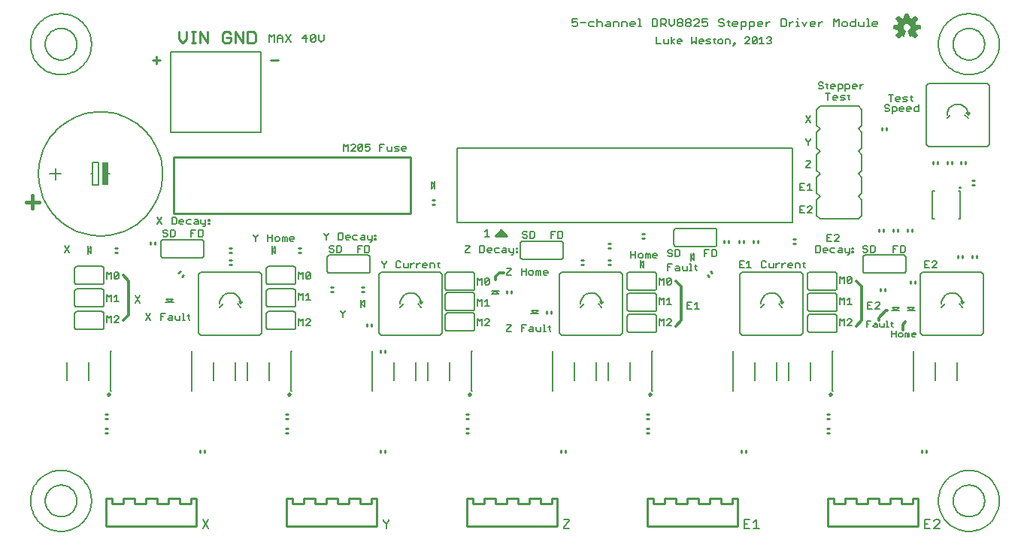
<source format=gto>
G75*
G70*
%OFA0B0*%
%FSLAX24Y24*%
%IPPOS*%
%LPD*%
%AMOC8*
5,1,8,0,0,1.08239X$1,22.5*
%
%ADD10C,0.0060*%
%ADD11C,0.0050*%
%ADD12C,0.0102*%
%ADD13C,0.0120*%
%ADD14C,0.0150*%
%ADD15C,0.0090*%
%ADD16C,0.0070*%
%ADD17C,0.0087*%
%ADD18C,0.0100*%
%ADD19C,0.0080*%
%ADD20C,0.0067*%
%ADD21R,0.0250X0.1000*%
%ADD22C,0.0059*%
D10*
X001447Y004625D02*
X001449Y004677D01*
X001455Y004729D01*
X001465Y004781D01*
X001478Y004831D01*
X001495Y004881D01*
X001516Y004929D01*
X001541Y004975D01*
X001569Y005019D01*
X001600Y005061D01*
X001634Y005101D01*
X001671Y005138D01*
X001711Y005172D01*
X001753Y005203D01*
X001797Y005231D01*
X001843Y005256D01*
X001891Y005277D01*
X001941Y005294D01*
X001991Y005307D01*
X002043Y005317D01*
X002095Y005323D01*
X002147Y005325D01*
X002199Y005323D01*
X002251Y005317D01*
X002303Y005307D01*
X002353Y005294D01*
X002403Y005277D01*
X002451Y005256D01*
X002497Y005231D01*
X002541Y005203D01*
X002583Y005172D01*
X002623Y005138D01*
X002660Y005101D01*
X002694Y005061D01*
X002725Y005019D01*
X002753Y004975D01*
X002778Y004929D01*
X002799Y004881D01*
X002816Y004831D01*
X002829Y004781D01*
X002839Y004729D01*
X002845Y004677D01*
X002847Y004625D01*
X002845Y004573D01*
X002839Y004521D01*
X002829Y004469D01*
X002816Y004419D01*
X002799Y004369D01*
X002778Y004321D01*
X002753Y004275D01*
X002725Y004231D01*
X002694Y004189D01*
X002660Y004149D01*
X002623Y004112D01*
X002583Y004078D01*
X002541Y004047D01*
X002497Y004019D01*
X002451Y003994D01*
X002403Y003973D01*
X002353Y003956D01*
X002303Y003943D01*
X002251Y003933D01*
X002199Y003927D01*
X002147Y003925D01*
X002095Y003927D01*
X002043Y003933D01*
X001991Y003943D01*
X001941Y003956D01*
X001891Y003973D01*
X001843Y003994D01*
X001797Y004019D01*
X001753Y004047D01*
X001711Y004078D01*
X001671Y004112D01*
X001634Y004149D01*
X001600Y004189D01*
X001569Y004231D01*
X001541Y004275D01*
X001516Y004321D01*
X001495Y004369D01*
X001478Y004419D01*
X001465Y004469D01*
X001455Y004521D01*
X001449Y004573D01*
X001447Y004625D01*
X000797Y004625D02*
X000799Y004698D01*
X000805Y004771D01*
X000815Y004843D01*
X000829Y004915D01*
X000846Y004986D01*
X000868Y005056D01*
X000893Y005125D01*
X000922Y005192D01*
X000954Y005257D01*
X000990Y005321D01*
X001030Y005383D01*
X001072Y005442D01*
X001118Y005499D01*
X001167Y005553D01*
X001219Y005605D01*
X001273Y005654D01*
X001330Y005700D01*
X001389Y005742D01*
X001451Y005782D01*
X001515Y005818D01*
X001580Y005850D01*
X001647Y005879D01*
X001716Y005904D01*
X001786Y005926D01*
X001857Y005943D01*
X001929Y005957D01*
X002001Y005967D01*
X002074Y005973D01*
X002147Y005975D01*
X002220Y005973D01*
X002293Y005967D01*
X002365Y005957D01*
X002437Y005943D01*
X002508Y005926D01*
X002578Y005904D01*
X002647Y005879D01*
X002714Y005850D01*
X002779Y005818D01*
X002843Y005782D01*
X002905Y005742D01*
X002964Y005700D01*
X003021Y005654D01*
X003075Y005605D01*
X003127Y005553D01*
X003176Y005499D01*
X003222Y005442D01*
X003264Y005383D01*
X003304Y005321D01*
X003340Y005257D01*
X003372Y005192D01*
X003401Y005125D01*
X003426Y005056D01*
X003448Y004986D01*
X003465Y004915D01*
X003479Y004843D01*
X003489Y004771D01*
X003495Y004698D01*
X003497Y004625D01*
X003495Y004552D01*
X003489Y004479D01*
X003479Y004407D01*
X003465Y004335D01*
X003448Y004264D01*
X003426Y004194D01*
X003401Y004125D01*
X003372Y004058D01*
X003340Y003993D01*
X003304Y003929D01*
X003264Y003867D01*
X003222Y003808D01*
X003176Y003751D01*
X003127Y003697D01*
X003075Y003645D01*
X003021Y003596D01*
X002964Y003550D01*
X002905Y003508D01*
X002843Y003468D01*
X002779Y003432D01*
X002714Y003400D01*
X002647Y003371D01*
X002578Y003346D01*
X002508Y003324D01*
X002437Y003307D01*
X002365Y003293D01*
X002293Y003283D01*
X002220Y003277D01*
X002147Y003275D01*
X002074Y003277D01*
X002001Y003283D01*
X001929Y003293D01*
X001857Y003307D01*
X001786Y003324D01*
X001716Y003346D01*
X001647Y003371D01*
X001580Y003400D01*
X001515Y003432D01*
X001451Y003468D01*
X001389Y003508D01*
X001330Y003550D01*
X001273Y003596D01*
X001219Y003645D01*
X001167Y003697D01*
X001118Y003751D01*
X001072Y003808D01*
X001030Y003867D01*
X000990Y003929D01*
X000954Y003993D01*
X000922Y004058D01*
X000893Y004125D01*
X000868Y004194D01*
X000846Y004264D01*
X000829Y004335D01*
X000815Y004407D01*
X000805Y004479D01*
X000799Y004552D01*
X000797Y004625D01*
X002407Y009971D02*
X002407Y010779D01*
X003387Y010775D02*
X003387Y009981D01*
X002847Y012225D02*
X003947Y012225D01*
X003964Y012227D01*
X003981Y012231D01*
X003997Y012238D01*
X004011Y012248D01*
X004024Y012261D01*
X004034Y012275D01*
X004041Y012291D01*
X004045Y012308D01*
X004047Y012325D01*
X004047Y012925D01*
X004045Y012942D01*
X004041Y012959D01*
X004034Y012975D01*
X004024Y012989D01*
X004011Y013002D01*
X003997Y013012D01*
X003981Y013019D01*
X003964Y013023D01*
X003947Y013025D01*
X002847Y013025D01*
X002830Y013023D01*
X002813Y013019D01*
X002797Y013012D01*
X002783Y013002D01*
X002770Y012989D01*
X002760Y012975D01*
X002753Y012959D01*
X002749Y012942D01*
X002747Y012925D01*
X002747Y012325D01*
X002749Y012308D01*
X002753Y012291D01*
X002760Y012275D01*
X002770Y012261D01*
X002783Y012248D01*
X002797Y012238D01*
X002813Y012231D01*
X002830Y012227D01*
X002847Y012225D01*
X002847Y013225D02*
X003947Y013225D01*
X003964Y013227D01*
X003981Y013231D01*
X003997Y013238D01*
X004011Y013248D01*
X004024Y013261D01*
X004034Y013275D01*
X004041Y013291D01*
X004045Y013308D01*
X004047Y013325D01*
X004047Y013925D01*
X004045Y013942D01*
X004041Y013959D01*
X004034Y013975D01*
X004024Y013989D01*
X004011Y014002D01*
X003997Y014012D01*
X003981Y014019D01*
X003964Y014023D01*
X003947Y014025D01*
X002847Y014025D01*
X002830Y014023D01*
X002813Y014019D01*
X002797Y014012D01*
X002783Y014002D01*
X002770Y013989D01*
X002760Y013975D01*
X002753Y013959D01*
X002749Y013942D01*
X002747Y013925D01*
X002747Y013325D01*
X002749Y013308D01*
X002753Y013291D01*
X002760Y013275D01*
X002770Y013261D01*
X002783Y013248D01*
X002797Y013238D01*
X002813Y013231D01*
X002830Y013227D01*
X002847Y013225D01*
X002847Y014225D02*
X003947Y014225D01*
X003964Y014227D01*
X003981Y014231D01*
X003997Y014238D01*
X004011Y014248D01*
X004024Y014261D01*
X004034Y014275D01*
X004041Y014291D01*
X004045Y014308D01*
X004047Y014325D01*
X004047Y014925D01*
X004045Y014942D01*
X004041Y014959D01*
X004034Y014975D01*
X004024Y014989D01*
X004011Y015002D01*
X003997Y015012D01*
X003981Y015019D01*
X003964Y015023D01*
X003947Y015025D01*
X002847Y015025D01*
X002830Y015023D01*
X002813Y015019D01*
X002797Y015012D01*
X002783Y015002D01*
X002770Y014989D01*
X002760Y014975D01*
X002753Y014959D01*
X002749Y014942D01*
X002747Y014925D01*
X002747Y014325D01*
X002749Y014308D01*
X002753Y014291D01*
X002760Y014275D01*
X002770Y014261D01*
X002783Y014248D01*
X002797Y014238D01*
X002813Y014231D01*
X002830Y014227D01*
X002847Y014225D01*
X005427Y013745D02*
X005654Y013405D01*
X005427Y013405D02*
X005654Y013745D01*
X008247Y014675D02*
X008247Y012075D01*
X008347Y011975D01*
X010947Y011975D01*
X011047Y012075D01*
X011047Y014675D01*
X010947Y014775D01*
X008347Y014775D01*
X008247Y014675D01*
X008372Y015413D02*
X006672Y015413D01*
X006655Y015415D01*
X006638Y015419D01*
X006622Y015426D01*
X006608Y015436D01*
X006595Y015449D01*
X006585Y015463D01*
X006578Y015479D01*
X006574Y015496D01*
X006572Y015513D01*
X006572Y016113D01*
X006574Y016130D01*
X006578Y016147D01*
X006585Y016163D01*
X006595Y016177D01*
X006608Y016190D01*
X006622Y016200D01*
X006638Y016207D01*
X006655Y016211D01*
X006672Y016213D01*
X008372Y016213D01*
X008389Y016211D01*
X008406Y016207D01*
X008422Y016200D01*
X008436Y016190D01*
X008449Y016177D01*
X008459Y016163D01*
X008466Y016147D01*
X008470Y016130D01*
X008472Y016113D01*
X008472Y015513D01*
X008470Y015496D01*
X008466Y015479D01*
X008459Y015463D01*
X008449Y015449D01*
X008436Y015436D01*
X008422Y015426D01*
X008406Y015419D01*
X008389Y015415D01*
X008372Y015413D01*
X011247Y014925D02*
X011247Y014325D01*
X011249Y014308D01*
X011253Y014291D01*
X011260Y014275D01*
X011270Y014261D01*
X011283Y014248D01*
X011297Y014238D01*
X011313Y014231D01*
X011330Y014227D01*
X011347Y014225D01*
X012447Y014225D01*
X012464Y014227D01*
X012481Y014231D01*
X012497Y014238D01*
X012511Y014248D01*
X012524Y014261D01*
X012534Y014275D01*
X012541Y014291D01*
X012545Y014308D01*
X012547Y014325D01*
X012547Y014925D01*
X012545Y014942D01*
X012541Y014959D01*
X012534Y014975D01*
X012524Y014989D01*
X012511Y015002D01*
X012497Y015012D01*
X012481Y015019D01*
X012464Y015023D01*
X012447Y015025D01*
X011347Y015025D01*
X011330Y015023D01*
X011313Y015019D01*
X011297Y015012D01*
X011283Y015002D01*
X011270Y014989D01*
X011260Y014975D01*
X011253Y014959D01*
X011249Y014942D01*
X011247Y014925D01*
X011347Y014025D02*
X012447Y014025D01*
X012464Y014023D01*
X012481Y014019D01*
X012497Y014012D01*
X012511Y014002D01*
X012524Y013989D01*
X012534Y013975D01*
X012541Y013959D01*
X012545Y013942D01*
X012547Y013925D01*
X012547Y013325D01*
X012545Y013308D01*
X012541Y013291D01*
X012534Y013275D01*
X012524Y013261D01*
X012511Y013248D01*
X012497Y013238D01*
X012481Y013231D01*
X012464Y013227D01*
X012447Y013225D01*
X011347Y013225D01*
X011330Y013227D01*
X011313Y013231D01*
X011297Y013238D01*
X011283Y013248D01*
X011270Y013261D01*
X011260Y013275D01*
X011253Y013291D01*
X011249Y013308D01*
X011247Y013325D01*
X011247Y013925D01*
X011249Y013942D01*
X011253Y013959D01*
X011260Y013975D01*
X011270Y013989D01*
X011283Y014002D01*
X011297Y014012D01*
X011313Y014019D01*
X011330Y014023D01*
X011347Y014025D01*
X011347Y013025D02*
X012447Y013025D01*
X012464Y013023D01*
X012481Y013019D01*
X012497Y013012D01*
X012511Y013002D01*
X012524Y012989D01*
X012534Y012975D01*
X012541Y012959D01*
X012545Y012942D01*
X012547Y012925D01*
X012547Y012325D01*
X012545Y012308D01*
X012541Y012291D01*
X012534Y012275D01*
X012524Y012261D01*
X012511Y012248D01*
X012497Y012238D01*
X012481Y012231D01*
X012464Y012227D01*
X012447Y012225D01*
X011347Y012225D01*
X011330Y012227D01*
X011313Y012231D01*
X011297Y012238D01*
X011283Y012248D01*
X011270Y012261D01*
X011260Y012275D01*
X011253Y012291D01*
X011249Y012308D01*
X011247Y012325D01*
X011247Y012925D01*
X011249Y012942D01*
X011253Y012959D01*
X011260Y012975D01*
X011270Y012989D01*
X011283Y013002D01*
X011297Y013012D01*
X011313Y013019D01*
X011330Y013023D01*
X011347Y013025D01*
X013947Y014825D02*
X013947Y015425D01*
X013949Y015442D01*
X013953Y015459D01*
X013960Y015475D01*
X013970Y015489D01*
X013983Y015502D01*
X013997Y015512D01*
X014013Y015519D01*
X014030Y015523D01*
X014047Y015525D01*
X015747Y015525D01*
X015764Y015523D01*
X015781Y015519D01*
X015797Y015512D01*
X015811Y015502D01*
X015824Y015489D01*
X015834Y015475D01*
X015841Y015459D01*
X015845Y015442D01*
X015847Y015425D01*
X015847Y014825D01*
X015845Y014808D01*
X015841Y014791D01*
X015834Y014775D01*
X015824Y014761D01*
X015811Y014748D01*
X015797Y014738D01*
X015781Y014731D01*
X015764Y014727D01*
X015747Y014725D01*
X014047Y014725D01*
X014030Y014727D01*
X014013Y014731D01*
X013997Y014738D01*
X013983Y014748D01*
X013970Y014761D01*
X013960Y014775D01*
X013953Y014791D01*
X013949Y014808D01*
X013947Y014825D01*
X016247Y014675D02*
X016247Y012075D01*
X016347Y011975D01*
X018947Y011975D01*
X019047Y012075D01*
X019047Y014675D01*
X018947Y014775D01*
X016347Y014775D01*
X016247Y014675D01*
X019185Y014663D02*
X019185Y014063D01*
X019187Y014046D01*
X019191Y014029D01*
X019198Y014013D01*
X019208Y013999D01*
X019221Y013986D01*
X019235Y013976D01*
X019251Y013969D01*
X019268Y013965D01*
X019285Y013963D01*
X020385Y013963D01*
X020402Y013965D01*
X020419Y013969D01*
X020435Y013976D01*
X020449Y013986D01*
X020462Y013999D01*
X020472Y014013D01*
X020479Y014029D01*
X020483Y014046D01*
X020485Y014063D01*
X020485Y014663D01*
X020483Y014680D01*
X020479Y014697D01*
X020472Y014713D01*
X020462Y014727D01*
X020449Y014740D01*
X020435Y014750D01*
X020419Y014757D01*
X020402Y014761D01*
X020385Y014763D01*
X019285Y014763D01*
X019268Y014761D01*
X019251Y014757D01*
X019235Y014750D01*
X019221Y014740D01*
X019208Y014727D01*
X019198Y014713D01*
X019191Y014697D01*
X019187Y014680D01*
X019185Y014663D01*
X019285Y013863D02*
X020385Y013863D01*
X020402Y013861D01*
X020419Y013857D01*
X020435Y013850D01*
X020449Y013840D01*
X020462Y013827D01*
X020472Y013813D01*
X020479Y013797D01*
X020483Y013780D01*
X020485Y013763D01*
X020485Y013163D01*
X020483Y013146D01*
X020479Y013129D01*
X020472Y013113D01*
X020462Y013099D01*
X020449Y013086D01*
X020435Y013076D01*
X020419Y013069D01*
X020402Y013065D01*
X020385Y013063D01*
X019285Y013063D01*
X019268Y013065D01*
X019251Y013069D01*
X019235Y013076D01*
X019221Y013086D01*
X019208Y013099D01*
X019198Y013113D01*
X019191Y013129D01*
X019187Y013146D01*
X019185Y013163D01*
X019185Y013763D01*
X019187Y013780D01*
X019191Y013797D01*
X019198Y013813D01*
X019208Y013827D01*
X019221Y013840D01*
X019235Y013850D01*
X019251Y013857D01*
X019268Y013861D01*
X019285Y013863D01*
X019285Y012963D02*
X020385Y012963D01*
X020402Y012961D01*
X020419Y012957D01*
X020435Y012950D01*
X020449Y012940D01*
X020462Y012927D01*
X020472Y012913D01*
X020479Y012897D01*
X020483Y012880D01*
X020485Y012863D01*
X020485Y012263D01*
X020483Y012246D01*
X020479Y012229D01*
X020472Y012213D01*
X020462Y012199D01*
X020449Y012186D01*
X020435Y012176D01*
X020419Y012169D01*
X020402Y012165D01*
X020385Y012163D01*
X019285Y012163D01*
X019268Y012165D01*
X019251Y012169D01*
X019235Y012176D01*
X019221Y012186D01*
X019208Y012199D01*
X019198Y012213D01*
X019191Y012229D01*
X019187Y012246D01*
X019185Y012263D01*
X019185Y012863D01*
X019187Y012880D01*
X019191Y012897D01*
X019198Y012913D01*
X019208Y012927D01*
X019221Y012940D01*
X019235Y012950D01*
X019251Y012957D01*
X019268Y012961D01*
X019285Y012963D01*
X019387Y010775D02*
X019387Y009981D01*
X018407Y009971D02*
X018407Y010779D01*
X017887Y010775D02*
X017887Y009981D01*
X016907Y009971D02*
X016907Y010779D01*
X011387Y010775D02*
X011387Y009981D01*
X010407Y009971D02*
X010407Y010779D01*
X009887Y010775D02*
X009887Y009981D01*
X008907Y009971D02*
X008907Y010779D01*
X020927Y016343D02*
X021154Y016343D01*
X021041Y016343D02*
X021041Y016683D01*
X020927Y016569D01*
X022510Y016050D02*
X022510Y015450D01*
X022512Y015433D01*
X022516Y015416D01*
X022523Y015400D01*
X022533Y015386D01*
X022546Y015373D01*
X022560Y015363D01*
X022576Y015356D01*
X022593Y015352D01*
X022610Y015350D01*
X024310Y015350D01*
X024327Y015352D01*
X024344Y015356D01*
X024360Y015363D01*
X024374Y015373D01*
X024387Y015386D01*
X024397Y015400D01*
X024404Y015416D01*
X024408Y015433D01*
X024410Y015450D01*
X024410Y016050D01*
X024408Y016067D01*
X024404Y016084D01*
X024397Y016100D01*
X024387Y016114D01*
X024374Y016127D01*
X024360Y016137D01*
X024344Y016144D01*
X024327Y016148D01*
X024310Y016150D01*
X022610Y016150D01*
X022593Y016148D01*
X022576Y016144D01*
X022560Y016137D01*
X022546Y016127D01*
X022533Y016114D01*
X022523Y016100D01*
X022516Y016084D01*
X022512Y016067D01*
X022510Y016050D01*
X024247Y014675D02*
X024247Y012075D01*
X024347Y011975D01*
X026947Y011975D01*
X027047Y012075D01*
X027047Y014675D01*
X026947Y014775D01*
X024347Y014775D01*
X024247Y014675D01*
X027247Y014675D02*
X027247Y014075D01*
X027249Y014058D01*
X027253Y014041D01*
X027260Y014025D01*
X027270Y014011D01*
X027283Y013998D01*
X027297Y013988D01*
X027313Y013981D01*
X027330Y013977D01*
X027347Y013975D01*
X028447Y013975D01*
X028464Y013977D01*
X028481Y013981D01*
X028497Y013988D01*
X028511Y013998D01*
X028524Y014011D01*
X028534Y014025D01*
X028541Y014041D01*
X028545Y014058D01*
X028547Y014075D01*
X028547Y014675D01*
X028545Y014692D01*
X028541Y014709D01*
X028534Y014725D01*
X028524Y014739D01*
X028511Y014752D01*
X028497Y014762D01*
X028481Y014769D01*
X028464Y014773D01*
X028447Y014775D01*
X027347Y014775D01*
X027330Y014773D01*
X027313Y014769D01*
X027297Y014762D01*
X027283Y014752D01*
X027270Y014739D01*
X027260Y014725D01*
X027253Y014709D01*
X027249Y014692D01*
X027247Y014675D01*
X027347Y013838D02*
X028447Y013838D01*
X028464Y013836D01*
X028481Y013832D01*
X028497Y013825D01*
X028511Y013815D01*
X028524Y013802D01*
X028534Y013788D01*
X028541Y013772D01*
X028545Y013755D01*
X028547Y013738D01*
X028547Y013138D01*
X028545Y013121D01*
X028541Y013104D01*
X028534Y013088D01*
X028524Y013074D01*
X028511Y013061D01*
X028497Y013051D01*
X028481Y013044D01*
X028464Y013040D01*
X028447Y013038D01*
X027347Y013038D01*
X027330Y013040D01*
X027313Y013044D01*
X027297Y013051D01*
X027283Y013061D01*
X027270Y013074D01*
X027260Y013088D01*
X027253Y013104D01*
X027249Y013121D01*
X027247Y013138D01*
X027247Y013738D01*
X027249Y013755D01*
X027253Y013772D01*
X027260Y013788D01*
X027270Y013802D01*
X027283Y013815D01*
X027297Y013825D01*
X027313Y013832D01*
X027330Y013836D01*
X027347Y013838D01*
X027347Y012900D02*
X028447Y012900D01*
X028464Y012898D01*
X028481Y012894D01*
X028497Y012887D01*
X028511Y012877D01*
X028524Y012864D01*
X028534Y012850D01*
X028541Y012834D01*
X028545Y012817D01*
X028547Y012800D01*
X028547Y012200D01*
X028545Y012183D01*
X028541Y012166D01*
X028534Y012150D01*
X028524Y012136D01*
X028511Y012123D01*
X028497Y012113D01*
X028481Y012106D01*
X028464Y012102D01*
X028447Y012100D01*
X027347Y012100D01*
X027330Y012102D01*
X027313Y012106D01*
X027297Y012113D01*
X027283Y012123D01*
X027270Y012136D01*
X027260Y012150D01*
X027253Y012166D01*
X027249Y012183D01*
X027247Y012200D01*
X027247Y012800D01*
X027249Y012817D01*
X027253Y012834D01*
X027260Y012850D01*
X027270Y012864D01*
X027283Y012877D01*
X027297Y012887D01*
X027313Y012894D01*
X027330Y012898D01*
X027347Y012900D01*
X027387Y010775D02*
X027387Y009981D01*
X026407Y009971D02*
X026407Y010779D01*
X025887Y010775D02*
X025887Y009981D01*
X024907Y009971D02*
X024907Y010779D01*
X032247Y012075D02*
X032247Y014675D01*
X032347Y014775D01*
X034947Y014775D01*
X035047Y014675D01*
X035047Y012075D01*
X034947Y011975D01*
X032347Y011975D01*
X032247Y012075D01*
X032907Y010779D02*
X032907Y009971D01*
X033887Y009981D02*
X033887Y010775D01*
X034407Y010779D02*
X034407Y009971D01*
X035387Y009981D02*
X035387Y010775D01*
X035347Y012100D02*
X036447Y012100D01*
X036464Y012102D01*
X036481Y012106D01*
X036497Y012113D01*
X036511Y012123D01*
X036524Y012136D01*
X036534Y012150D01*
X036541Y012166D01*
X036545Y012183D01*
X036547Y012200D01*
X036547Y012800D01*
X036545Y012817D01*
X036541Y012834D01*
X036534Y012850D01*
X036524Y012864D01*
X036511Y012877D01*
X036497Y012887D01*
X036481Y012894D01*
X036464Y012898D01*
X036447Y012900D01*
X035347Y012900D01*
X035330Y012898D01*
X035313Y012894D01*
X035297Y012887D01*
X035283Y012877D01*
X035270Y012864D01*
X035260Y012850D01*
X035253Y012834D01*
X035249Y012817D01*
X035247Y012800D01*
X035247Y012200D01*
X035249Y012183D01*
X035253Y012166D01*
X035260Y012150D01*
X035270Y012136D01*
X035283Y012123D01*
X035297Y012113D01*
X035313Y012106D01*
X035330Y012102D01*
X035347Y012100D01*
X035347Y013038D02*
X036447Y013038D01*
X036464Y013040D01*
X036481Y013044D01*
X036497Y013051D01*
X036511Y013061D01*
X036524Y013074D01*
X036534Y013088D01*
X036541Y013104D01*
X036545Y013121D01*
X036547Y013138D01*
X036547Y013738D01*
X036545Y013755D01*
X036541Y013772D01*
X036534Y013788D01*
X036524Y013802D01*
X036511Y013815D01*
X036497Y013825D01*
X036481Y013832D01*
X036464Y013836D01*
X036447Y013838D01*
X035347Y013838D01*
X035330Y013836D01*
X035313Y013832D01*
X035297Y013825D01*
X035283Y013815D01*
X035270Y013802D01*
X035260Y013788D01*
X035253Y013772D01*
X035249Y013755D01*
X035247Y013738D01*
X035247Y013138D01*
X035249Y013121D01*
X035253Y013104D01*
X035260Y013088D01*
X035270Y013074D01*
X035283Y013061D01*
X035297Y013051D01*
X035313Y013044D01*
X035330Y013040D01*
X035347Y013038D01*
X035347Y013975D02*
X036447Y013975D01*
X036464Y013977D01*
X036481Y013981D01*
X036497Y013988D01*
X036511Y013998D01*
X036524Y014011D01*
X036534Y014025D01*
X036541Y014041D01*
X036545Y014058D01*
X036547Y014075D01*
X036547Y014675D01*
X036545Y014692D01*
X036541Y014709D01*
X036534Y014725D01*
X036524Y014739D01*
X036511Y014752D01*
X036497Y014762D01*
X036481Y014769D01*
X036464Y014773D01*
X036447Y014775D01*
X035347Y014775D01*
X035330Y014773D01*
X035313Y014769D01*
X035297Y014762D01*
X035283Y014752D01*
X035270Y014739D01*
X035260Y014725D01*
X035253Y014709D01*
X035249Y014692D01*
X035247Y014675D01*
X035247Y014075D01*
X035249Y014058D01*
X035253Y014041D01*
X035260Y014025D01*
X035270Y014011D01*
X035283Y013998D01*
X035297Y013988D01*
X035313Y013981D01*
X035330Y013977D01*
X035347Y013975D01*
X037697Y014825D02*
X037697Y015425D01*
X037699Y015442D01*
X037703Y015459D01*
X037710Y015475D01*
X037720Y015489D01*
X037733Y015502D01*
X037747Y015512D01*
X037763Y015519D01*
X037780Y015523D01*
X037797Y015525D01*
X039497Y015525D01*
X039514Y015523D01*
X039531Y015519D01*
X039547Y015512D01*
X039561Y015502D01*
X039574Y015489D01*
X039584Y015475D01*
X039591Y015459D01*
X039595Y015442D01*
X039597Y015425D01*
X039597Y014825D01*
X039595Y014808D01*
X039591Y014791D01*
X039584Y014775D01*
X039574Y014761D01*
X039561Y014748D01*
X039547Y014738D01*
X039531Y014731D01*
X039514Y014727D01*
X039497Y014725D01*
X037797Y014725D01*
X037780Y014727D01*
X037763Y014731D01*
X037747Y014738D01*
X037733Y014748D01*
X037720Y014761D01*
X037710Y014775D01*
X037703Y014791D01*
X037699Y014808D01*
X037697Y014825D01*
X040247Y014675D02*
X040247Y012075D01*
X040347Y011975D01*
X042947Y011975D01*
X043047Y012075D01*
X043047Y014675D01*
X042947Y014775D01*
X040347Y014775D01*
X040247Y014675D01*
X037647Y017275D02*
X037497Y017125D01*
X035797Y017125D01*
X035647Y017275D01*
X035647Y017975D01*
X035797Y018125D01*
X035647Y018275D01*
X035647Y018975D01*
X035797Y019125D01*
X035647Y019275D01*
X035647Y019975D01*
X035797Y020125D01*
X035647Y020275D01*
X035647Y020975D01*
X035797Y021125D01*
X035647Y021275D01*
X035647Y021975D01*
X035797Y022125D01*
X037497Y022125D01*
X037647Y021975D01*
X037647Y021275D01*
X037497Y021125D01*
X037647Y020975D01*
X037647Y020275D01*
X037497Y020125D01*
X037647Y019975D01*
X037647Y019275D01*
X037497Y019125D01*
X037647Y018975D01*
X037647Y018275D01*
X037497Y018125D01*
X037647Y017975D01*
X037647Y017275D01*
X040597Y020350D02*
X040497Y020450D01*
X040497Y023050D01*
X040597Y023150D01*
X043197Y023150D01*
X043297Y023050D01*
X043297Y020450D01*
X043197Y020350D01*
X040597Y020350D01*
X041697Y024875D02*
X041699Y024927D01*
X041705Y024979D01*
X041715Y025031D01*
X041728Y025081D01*
X041745Y025131D01*
X041766Y025179D01*
X041791Y025225D01*
X041819Y025269D01*
X041850Y025311D01*
X041884Y025351D01*
X041921Y025388D01*
X041961Y025422D01*
X042003Y025453D01*
X042047Y025481D01*
X042093Y025506D01*
X042141Y025527D01*
X042191Y025544D01*
X042241Y025557D01*
X042293Y025567D01*
X042345Y025573D01*
X042397Y025575D01*
X042449Y025573D01*
X042501Y025567D01*
X042553Y025557D01*
X042603Y025544D01*
X042653Y025527D01*
X042701Y025506D01*
X042747Y025481D01*
X042791Y025453D01*
X042833Y025422D01*
X042873Y025388D01*
X042910Y025351D01*
X042944Y025311D01*
X042975Y025269D01*
X043003Y025225D01*
X043028Y025179D01*
X043049Y025131D01*
X043066Y025081D01*
X043079Y025031D01*
X043089Y024979D01*
X043095Y024927D01*
X043097Y024875D01*
X043095Y024823D01*
X043089Y024771D01*
X043079Y024719D01*
X043066Y024669D01*
X043049Y024619D01*
X043028Y024571D01*
X043003Y024525D01*
X042975Y024481D01*
X042944Y024439D01*
X042910Y024399D01*
X042873Y024362D01*
X042833Y024328D01*
X042791Y024297D01*
X042747Y024269D01*
X042701Y024244D01*
X042653Y024223D01*
X042603Y024206D01*
X042553Y024193D01*
X042501Y024183D01*
X042449Y024177D01*
X042397Y024175D01*
X042345Y024177D01*
X042293Y024183D01*
X042241Y024193D01*
X042191Y024206D01*
X042141Y024223D01*
X042093Y024244D01*
X042047Y024269D01*
X042003Y024297D01*
X041961Y024328D01*
X041921Y024362D01*
X041884Y024399D01*
X041850Y024439D01*
X041819Y024481D01*
X041791Y024525D01*
X041766Y024571D01*
X041745Y024619D01*
X041728Y024669D01*
X041715Y024719D01*
X041705Y024771D01*
X041699Y024823D01*
X041697Y024875D01*
X041047Y024875D02*
X041049Y024948D01*
X041055Y025021D01*
X041065Y025093D01*
X041079Y025165D01*
X041096Y025236D01*
X041118Y025306D01*
X041143Y025375D01*
X041172Y025442D01*
X041204Y025507D01*
X041240Y025571D01*
X041280Y025633D01*
X041322Y025692D01*
X041368Y025749D01*
X041417Y025803D01*
X041469Y025855D01*
X041523Y025904D01*
X041580Y025950D01*
X041639Y025992D01*
X041701Y026032D01*
X041765Y026068D01*
X041830Y026100D01*
X041897Y026129D01*
X041966Y026154D01*
X042036Y026176D01*
X042107Y026193D01*
X042179Y026207D01*
X042251Y026217D01*
X042324Y026223D01*
X042397Y026225D01*
X042470Y026223D01*
X042543Y026217D01*
X042615Y026207D01*
X042687Y026193D01*
X042758Y026176D01*
X042828Y026154D01*
X042897Y026129D01*
X042964Y026100D01*
X043029Y026068D01*
X043093Y026032D01*
X043155Y025992D01*
X043214Y025950D01*
X043271Y025904D01*
X043325Y025855D01*
X043377Y025803D01*
X043426Y025749D01*
X043472Y025692D01*
X043514Y025633D01*
X043554Y025571D01*
X043590Y025507D01*
X043622Y025442D01*
X043651Y025375D01*
X043676Y025306D01*
X043698Y025236D01*
X043715Y025165D01*
X043729Y025093D01*
X043739Y025021D01*
X043745Y024948D01*
X043747Y024875D01*
X043745Y024802D01*
X043739Y024729D01*
X043729Y024657D01*
X043715Y024585D01*
X043698Y024514D01*
X043676Y024444D01*
X043651Y024375D01*
X043622Y024308D01*
X043590Y024243D01*
X043554Y024179D01*
X043514Y024117D01*
X043472Y024058D01*
X043426Y024001D01*
X043377Y023947D01*
X043325Y023895D01*
X043271Y023846D01*
X043214Y023800D01*
X043155Y023758D01*
X043093Y023718D01*
X043029Y023682D01*
X042964Y023650D01*
X042897Y023621D01*
X042828Y023596D01*
X042758Y023574D01*
X042687Y023557D01*
X042615Y023543D01*
X042543Y023533D01*
X042470Y023527D01*
X042397Y023525D01*
X042324Y023527D01*
X042251Y023533D01*
X042179Y023543D01*
X042107Y023557D01*
X042036Y023574D01*
X041966Y023596D01*
X041897Y023621D01*
X041830Y023650D01*
X041765Y023682D01*
X041701Y023718D01*
X041639Y023758D01*
X041580Y023800D01*
X041523Y023846D01*
X041469Y023895D01*
X041417Y023947D01*
X041368Y024001D01*
X041322Y024058D01*
X041280Y024117D01*
X041240Y024179D01*
X041204Y024243D01*
X041172Y024308D01*
X041143Y024375D01*
X041118Y024444D01*
X041096Y024514D01*
X041079Y024585D01*
X041065Y024657D01*
X041055Y024729D01*
X041049Y024802D01*
X041047Y024875D01*
X038350Y025768D02*
X038123Y025768D01*
X038123Y025712D02*
X038123Y025825D01*
X038180Y025882D01*
X038293Y025882D01*
X038350Y025825D01*
X038350Y025768D01*
X038293Y025655D02*
X038180Y025655D01*
X038123Y025712D01*
X037991Y025655D02*
X037877Y025655D01*
X037934Y025655D02*
X037934Y025995D01*
X037877Y025995D01*
X037736Y025882D02*
X037736Y025655D01*
X037566Y025655D01*
X037509Y025712D01*
X037509Y025882D01*
X037368Y025882D02*
X037197Y025882D01*
X037141Y025825D01*
X037141Y025712D01*
X037197Y025655D01*
X037368Y025655D01*
X037368Y025995D01*
X036999Y025825D02*
X036943Y025882D01*
X036829Y025882D01*
X036772Y025825D01*
X036772Y025712D01*
X036829Y025655D01*
X036943Y025655D01*
X036999Y025712D01*
X036999Y025825D01*
X036631Y025995D02*
X036631Y025655D01*
X036404Y025655D02*
X036404Y025995D01*
X036518Y025882D01*
X036631Y025995D01*
X035899Y025882D02*
X035842Y025882D01*
X035729Y025768D01*
X035729Y025655D02*
X035729Y025882D01*
X035587Y025825D02*
X035587Y025768D01*
X035361Y025768D01*
X035361Y025712D02*
X035361Y025825D01*
X035417Y025882D01*
X035531Y025882D01*
X035587Y025825D01*
X035531Y025655D02*
X035417Y025655D01*
X035361Y025712D01*
X035219Y025882D02*
X035106Y025655D01*
X034992Y025882D01*
X034803Y025882D02*
X034803Y025655D01*
X034747Y025655D02*
X034860Y025655D01*
X034803Y025882D02*
X034747Y025882D01*
X034803Y025995D02*
X034803Y026052D01*
X034610Y025882D02*
X034553Y025882D01*
X034440Y025768D01*
X034440Y025655D02*
X034440Y025882D01*
X034298Y025939D02*
X034242Y025995D01*
X034071Y025995D01*
X034071Y025655D01*
X034242Y025655D01*
X034298Y025712D01*
X034298Y025939D01*
X033566Y025882D02*
X033510Y025882D01*
X033396Y025768D01*
X033396Y025655D02*
X033396Y025882D01*
X033255Y025825D02*
X033255Y025768D01*
X033028Y025768D01*
X033028Y025712D02*
X033028Y025825D01*
X033085Y025882D01*
X033198Y025882D01*
X033255Y025825D01*
X033198Y025655D02*
X033085Y025655D01*
X033028Y025712D01*
X032886Y025712D02*
X032830Y025655D01*
X032660Y025655D01*
X032660Y025542D02*
X032660Y025882D01*
X032830Y025882D01*
X032886Y025825D01*
X032886Y025712D01*
X032518Y025712D02*
X032461Y025655D01*
X032291Y025655D01*
X032291Y025542D02*
X032291Y025882D01*
X032461Y025882D01*
X032518Y025825D01*
X032518Y025712D01*
X032150Y025768D02*
X031923Y025768D01*
X031923Y025712D02*
X031923Y025825D01*
X031980Y025882D01*
X032093Y025882D01*
X032150Y025825D01*
X032150Y025768D01*
X032093Y025655D02*
X031980Y025655D01*
X031923Y025712D01*
X031791Y025655D02*
X031734Y025712D01*
X031734Y025939D01*
X031677Y025882D02*
X031791Y025882D01*
X031536Y025939D02*
X031479Y025995D01*
X031366Y025995D01*
X031309Y025939D01*
X031309Y025882D01*
X031366Y025825D01*
X031479Y025825D01*
X031536Y025768D01*
X031536Y025712D01*
X031479Y025655D01*
X031366Y025655D01*
X031309Y025712D01*
X030799Y025712D02*
X030743Y025655D01*
X030629Y025655D01*
X030573Y025712D01*
X030573Y025825D02*
X030686Y025882D01*
X030743Y025882D01*
X030799Y025825D01*
X030799Y025712D01*
X030573Y025825D02*
X030573Y025995D01*
X030799Y025995D01*
X030431Y025939D02*
X030374Y025995D01*
X030261Y025995D01*
X030204Y025939D01*
X030063Y025939D02*
X030063Y025882D01*
X030006Y025825D01*
X029893Y025825D01*
X029836Y025882D01*
X029836Y025939D01*
X029893Y025995D01*
X030006Y025995D01*
X030063Y025939D01*
X030006Y025825D02*
X030063Y025768D01*
X030063Y025712D01*
X030006Y025655D01*
X029893Y025655D01*
X029836Y025712D01*
X029836Y025768D01*
X029893Y025825D01*
X029694Y025768D02*
X029694Y025712D01*
X029638Y025655D01*
X029524Y025655D01*
X029468Y025712D01*
X029468Y025768D01*
X029524Y025825D01*
X029638Y025825D01*
X029694Y025768D01*
X029638Y025825D02*
X029694Y025882D01*
X029694Y025939D01*
X029638Y025995D01*
X029524Y025995D01*
X029468Y025939D01*
X029468Y025882D01*
X029524Y025825D01*
X029326Y025768D02*
X029213Y025655D01*
X029099Y025768D01*
X029099Y025995D01*
X028958Y025939D02*
X028958Y025825D01*
X028901Y025768D01*
X028731Y025768D01*
X028731Y025655D02*
X028731Y025995D01*
X028901Y025995D01*
X028958Y025939D01*
X028844Y025768D02*
X028958Y025655D01*
X028589Y025712D02*
X028589Y025939D01*
X028533Y025995D01*
X028363Y025995D01*
X028363Y025655D01*
X028533Y025655D01*
X028589Y025712D01*
X029326Y025768D02*
X029326Y025995D01*
X030204Y025655D02*
X030431Y025882D01*
X030431Y025939D01*
X030431Y025655D02*
X030204Y025655D01*
X027862Y025655D02*
X027749Y025655D01*
X027805Y025655D02*
X027805Y025995D01*
X027749Y025995D01*
X027607Y025825D02*
X027607Y025768D01*
X027380Y025768D01*
X027380Y025712D02*
X027380Y025825D01*
X027437Y025882D01*
X027551Y025882D01*
X027607Y025825D01*
X027551Y025655D02*
X027437Y025655D01*
X027380Y025712D01*
X027239Y025655D02*
X027239Y025825D01*
X027182Y025882D01*
X027012Y025882D01*
X027012Y025655D01*
X026871Y025655D02*
X026871Y025825D01*
X026814Y025882D01*
X026644Y025882D01*
X026644Y025655D01*
X026502Y025655D02*
X026332Y025655D01*
X026276Y025712D01*
X026332Y025768D01*
X026502Y025768D01*
X026502Y025825D02*
X026502Y025655D01*
X026502Y025825D02*
X026446Y025882D01*
X026332Y025882D01*
X026134Y025825D02*
X026134Y025655D01*
X026134Y025825D02*
X026077Y025882D01*
X025964Y025882D01*
X025907Y025825D01*
X025766Y025882D02*
X025596Y025882D01*
X025539Y025825D01*
X025539Y025712D01*
X025596Y025655D01*
X025766Y025655D01*
X025907Y025655D02*
X025907Y025995D01*
X025397Y025825D02*
X025171Y025825D01*
X025029Y025825D02*
X025029Y025712D01*
X024972Y025655D01*
X024859Y025655D01*
X024802Y025712D01*
X024802Y025825D02*
X024916Y025882D01*
X024972Y025882D01*
X025029Y025825D01*
X025029Y025995D02*
X024802Y025995D01*
X024802Y025825D01*
X013801Y025308D02*
X013801Y025081D01*
X013688Y024968D01*
X013575Y025081D01*
X013575Y025308D01*
X013433Y025251D02*
X013206Y025024D01*
X013263Y024968D01*
X013376Y024968D01*
X013433Y025024D01*
X013433Y025251D01*
X013376Y025308D01*
X013263Y025308D01*
X013206Y025251D01*
X013206Y025024D01*
X013065Y025138D02*
X012838Y025138D01*
X013008Y025308D01*
X013008Y024968D01*
X012328Y024968D02*
X012101Y025308D01*
X011960Y025194D02*
X011960Y024968D01*
X012101Y024968D02*
X012328Y025308D01*
X011960Y025194D02*
X011846Y025308D01*
X011733Y025194D01*
X011733Y024968D01*
X011592Y024968D02*
X011592Y025308D01*
X011478Y025194D01*
X011365Y025308D01*
X011365Y024968D01*
X011733Y025138D02*
X011960Y025138D01*
X011012Y024525D02*
X011012Y020975D01*
X007012Y020975D01*
X007012Y024525D01*
X011012Y024525D01*
X003797Y019625D02*
X003547Y019625D01*
X003547Y019125D01*
X003547Y018625D01*
X003797Y018625D01*
X003797Y019625D01*
X001147Y019125D02*
X001150Y019260D01*
X001160Y019395D01*
X001177Y019529D01*
X001200Y019661D01*
X001229Y019793D01*
X001265Y019923D01*
X001308Y020051D01*
X001356Y020177D01*
X001411Y020301D01*
X001472Y020421D01*
X001538Y020539D01*
X001610Y020653D01*
X001688Y020763D01*
X001771Y020870D01*
X001859Y020972D01*
X001952Y021070D01*
X002050Y021163D01*
X002152Y021251D01*
X002259Y021334D01*
X002369Y021412D01*
X002483Y021484D01*
X002601Y021550D01*
X002721Y021611D01*
X002845Y021666D01*
X002971Y021714D01*
X003099Y021757D01*
X003229Y021793D01*
X003361Y021822D01*
X003493Y021845D01*
X003627Y021862D01*
X003762Y021872D01*
X003897Y021875D01*
X004032Y021872D01*
X004167Y021862D01*
X004301Y021845D01*
X004433Y021822D01*
X004565Y021793D01*
X004695Y021757D01*
X004823Y021714D01*
X004949Y021666D01*
X005073Y021611D01*
X005193Y021550D01*
X005311Y021484D01*
X005425Y021412D01*
X005535Y021334D01*
X005642Y021251D01*
X005744Y021163D01*
X005842Y021070D01*
X005935Y020972D01*
X006023Y020870D01*
X006106Y020763D01*
X006184Y020653D01*
X006256Y020539D01*
X006322Y020421D01*
X006383Y020301D01*
X006438Y020177D01*
X006486Y020051D01*
X006529Y019923D01*
X006565Y019793D01*
X006594Y019661D01*
X006617Y019529D01*
X006634Y019395D01*
X006644Y019260D01*
X006647Y019125D01*
X006644Y018990D01*
X006634Y018855D01*
X006617Y018721D01*
X006594Y018589D01*
X006565Y018457D01*
X006529Y018327D01*
X006486Y018199D01*
X006438Y018073D01*
X006383Y017949D01*
X006322Y017829D01*
X006256Y017711D01*
X006184Y017597D01*
X006106Y017487D01*
X006023Y017380D01*
X005935Y017278D01*
X005842Y017180D01*
X005744Y017087D01*
X005642Y016999D01*
X005535Y016916D01*
X005425Y016838D01*
X005311Y016766D01*
X005193Y016700D01*
X005073Y016639D01*
X004949Y016584D01*
X004823Y016536D01*
X004695Y016493D01*
X004565Y016457D01*
X004433Y016428D01*
X004301Y016405D01*
X004167Y016388D01*
X004032Y016378D01*
X003897Y016375D01*
X003762Y016378D01*
X003627Y016388D01*
X003493Y016405D01*
X003361Y016428D01*
X003229Y016457D01*
X003099Y016493D01*
X002971Y016536D01*
X002845Y016584D01*
X002721Y016639D01*
X002601Y016700D01*
X002483Y016766D01*
X002369Y016838D01*
X002259Y016916D01*
X002152Y016999D01*
X002050Y017087D01*
X001952Y017180D01*
X001859Y017278D01*
X001771Y017380D01*
X001688Y017487D01*
X001610Y017597D01*
X001538Y017711D01*
X001472Y017829D01*
X001411Y017949D01*
X001356Y018073D01*
X001308Y018199D01*
X001265Y018327D01*
X001229Y018457D01*
X001200Y018589D01*
X001177Y018721D01*
X001160Y018855D01*
X001150Y018990D01*
X001147Y019125D01*
X001647Y019125D02*
X002147Y019125D01*
X001897Y018875D02*
X001897Y019375D01*
X003478Y019125D02*
X003547Y019125D01*
X004147Y019125D02*
X004316Y019125D01*
X001447Y024875D02*
X001449Y024927D01*
X001455Y024979D01*
X001465Y025031D01*
X001478Y025081D01*
X001495Y025131D01*
X001516Y025179D01*
X001541Y025225D01*
X001569Y025269D01*
X001600Y025311D01*
X001634Y025351D01*
X001671Y025388D01*
X001711Y025422D01*
X001753Y025453D01*
X001797Y025481D01*
X001843Y025506D01*
X001891Y025527D01*
X001941Y025544D01*
X001991Y025557D01*
X002043Y025567D01*
X002095Y025573D01*
X002147Y025575D01*
X002199Y025573D01*
X002251Y025567D01*
X002303Y025557D01*
X002353Y025544D01*
X002403Y025527D01*
X002451Y025506D01*
X002497Y025481D01*
X002541Y025453D01*
X002583Y025422D01*
X002623Y025388D01*
X002660Y025351D01*
X002694Y025311D01*
X002725Y025269D01*
X002753Y025225D01*
X002778Y025179D01*
X002799Y025131D01*
X002816Y025081D01*
X002829Y025031D01*
X002839Y024979D01*
X002845Y024927D01*
X002847Y024875D01*
X002845Y024823D01*
X002839Y024771D01*
X002829Y024719D01*
X002816Y024669D01*
X002799Y024619D01*
X002778Y024571D01*
X002753Y024525D01*
X002725Y024481D01*
X002694Y024439D01*
X002660Y024399D01*
X002623Y024362D01*
X002583Y024328D01*
X002541Y024297D01*
X002497Y024269D01*
X002451Y024244D01*
X002403Y024223D01*
X002353Y024206D01*
X002303Y024193D01*
X002251Y024183D01*
X002199Y024177D01*
X002147Y024175D01*
X002095Y024177D01*
X002043Y024183D01*
X001991Y024193D01*
X001941Y024206D01*
X001891Y024223D01*
X001843Y024244D01*
X001797Y024269D01*
X001753Y024297D01*
X001711Y024328D01*
X001671Y024362D01*
X001634Y024399D01*
X001600Y024439D01*
X001569Y024481D01*
X001541Y024525D01*
X001516Y024571D01*
X001495Y024619D01*
X001478Y024669D01*
X001465Y024719D01*
X001455Y024771D01*
X001449Y024823D01*
X001447Y024875D01*
X000797Y024875D02*
X000799Y024948D01*
X000805Y025021D01*
X000815Y025093D01*
X000829Y025165D01*
X000846Y025236D01*
X000868Y025306D01*
X000893Y025375D01*
X000922Y025442D01*
X000954Y025507D01*
X000990Y025571D01*
X001030Y025633D01*
X001072Y025692D01*
X001118Y025749D01*
X001167Y025803D01*
X001219Y025855D01*
X001273Y025904D01*
X001330Y025950D01*
X001389Y025992D01*
X001451Y026032D01*
X001515Y026068D01*
X001580Y026100D01*
X001647Y026129D01*
X001716Y026154D01*
X001786Y026176D01*
X001857Y026193D01*
X001929Y026207D01*
X002001Y026217D01*
X002074Y026223D01*
X002147Y026225D01*
X002220Y026223D01*
X002293Y026217D01*
X002365Y026207D01*
X002437Y026193D01*
X002508Y026176D01*
X002578Y026154D01*
X002647Y026129D01*
X002714Y026100D01*
X002779Y026068D01*
X002843Y026032D01*
X002905Y025992D01*
X002964Y025950D01*
X003021Y025904D01*
X003075Y025855D01*
X003127Y025803D01*
X003176Y025749D01*
X003222Y025692D01*
X003264Y025633D01*
X003304Y025571D01*
X003340Y025507D01*
X003372Y025442D01*
X003401Y025375D01*
X003426Y025306D01*
X003448Y025236D01*
X003465Y025165D01*
X003479Y025093D01*
X003489Y025021D01*
X003495Y024948D01*
X003497Y024875D01*
X003495Y024802D01*
X003489Y024729D01*
X003479Y024657D01*
X003465Y024585D01*
X003448Y024514D01*
X003426Y024444D01*
X003401Y024375D01*
X003372Y024308D01*
X003340Y024243D01*
X003304Y024179D01*
X003264Y024117D01*
X003222Y024058D01*
X003176Y024001D01*
X003127Y023947D01*
X003075Y023895D01*
X003021Y023846D01*
X002964Y023800D01*
X002905Y023758D01*
X002843Y023718D01*
X002779Y023682D01*
X002714Y023650D01*
X002647Y023621D01*
X002578Y023596D01*
X002508Y023574D01*
X002437Y023557D01*
X002365Y023543D01*
X002293Y023533D01*
X002220Y023527D01*
X002147Y023525D01*
X002074Y023527D01*
X002001Y023533D01*
X001929Y023543D01*
X001857Y023557D01*
X001786Y023574D01*
X001716Y023596D01*
X001647Y023621D01*
X001580Y023650D01*
X001515Y023682D01*
X001451Y023718D01*
X001389Y023758D01*
X001330Y023800D01*
X001273Y023846D01*
X001219Y023895D01*
X001167Y023947D01*
X001118Y024001D01*
X001072Y024058D01*
X001030Y024117D01*
X000990Y024179D01*
X000954Y024243D01*
X000922Y024308D01*
X000893Y024375D01*
X000868Y024444D01*
X000846Y024514D01*
X000829Y024585D01*
X000815Y024657D01*
X000805Y024729D01*
X000799Y024802D01*
X000797Y024875D01*
X029322Y016613D02*
X029322Y016013D01*
X029324Y015996D01*
X029328Y015979D01*
X029335Y015963D01*
X029345Y015949D01*
X029358Y015936D01*
X029372Y015926D01*
X029388Y015919D01*
X029405Y015915D01*
X029422Y015913D01*
X031122Y015913D01*
X031139Y015915D01*
X031156Y015919D01*
X031172Y015926D01*
X031186Y015936D01*
X031199Y015949D01*
X031209Y015963D01*
X031216Y015979D01*
X031220Y015996D01*
X031222Y016013D01*
X031222Y016613D01*
X031220Y016630D01*
X031216Y016647D01*
X031209Y016663D01*
X031199Y016677D01*
X031186Y016690D01*
X031172Y016700D01*
X031156Y016707D01*
X031139Y016711D01*
X031122Y016713D01*
X029422Y016713D01*
X029405Y016711D01*
X029388Y016707D01*
X029372Y016700D01*
X029358Y016690D01*
X029345Y016677D01*
X029335Y016663D01*
X029328Y016647D01*
X029324Y016630D01*
X029322Y016613D01*
X040907Y010779D02*
X040907Y009971D01*
X041887Y009981D02*
X041887Y010775D01*
X041697Y004625D02*
X041699Y004677D01*
X041705Y004729D01*
X041715Y004781D01*
X041728Y004831D01*
X041745Y004881D01*
X041766Y004929D01*
X041791Y004975D01*
X041819Y005019D01*
X041850Y005061D01*
X041884Y005101D01*
X041921Y005138D01*
X041961Y005172D01*
X042003Y005203D01*
X042047Y005231D01*
X042093Y005256D01*
X042141Y005277D01*
X042191Y005294D01*
X042241Y005307D01*
X042293Y005317D01*
X042345Y005323D01*
X042397Y005325D01*
X042449Y005323D01*
X042501Y005317D01*
X042553Y005307D01*
X042603Y005294D01*
X042653Y005277D01*
X042701Y005256D01*
X042747Y005231D01*
X042791Y005203D01*
X042833Y005172D01*
X042873Y005138D01*
X042910Y005101D01*
X042944Y005061D01*
X042975Y005019D01*
X043003Y004975D01*
X043028Y004929D01*
X043049Y004881D01*
X043066Y004831D01*
X043079Y004781D01*
X043089Y004729D01*
X043095Y004677D01*
X043097Y004625D01*
X043095Y004573D01*
X043089Y004521D01*
X043079Y004469D01*
X043066Y004419D01*
X043049Y004369D01*
X043028Y004321D01*
X043003Y004275D01*
X042975Y004231D01*
X042944Y004189D01*
X042910Y004149D01*
X042873Y004112D01*
X042833Y004078D01*
X042791Y004047D01*
X042747Y004019D01*
X042701Y003994D01*
X042653Y003973D01*
X042603Y003956D01*
X042553Y003943D01*
X042501Y003933D01*
X042449Y003927D01*
X042397Y003925D01*
X042345Y003927D01*
X042293Y003933D01*
X042241Y003943D01*
X042191Y003956D01*
X042141Y003973D01*
X042093Y003994D01*
X042047Y004019D01*
X042003Y004047D01*
X041961Y004078D01*
X041921Y004112D01*
X041884Y004149D01*
X041850Y004189D01*
X041819Y004231D01*
X041791Y004275D01*
X041766Y004321D01*
X041745Y004369D01*
X041728Y004419D01*
X041715Y004469D01*
X041705Y004521D01*
X041699Y004573D01*
X041697Y004625D01*
X041047Y004625D02*
X041049Y004698D01*
X041055Y004771D01*
X041065Y004843D01*
X041079Y004915D01*
X041096Y004986D01*
X041118Y005056D01*
X041143Y005125D01*
X041172Y005192D01*
X041204Y005257D01*
X041240Y005321D01*
X041280Y005383D01*
X041322Y005442D01*
X041368Y005499D01*
X041417Y005553D01*
X041469Y005605D01*
X041523Y005654D01*
X041580Y005700D01*
X041639Y005742D01*
X041701Y005782D01*
X041765Y005818D01*
X041830Y005850D01*
X041897Y005879D01*
X041966Y005904D01*
X042036Y005926D01*
X042107Y005943D01*
X042179Y005957D01*
X042251Y005967D01*
X042324Y005973D01*
X042397Y005975D01*
X042470Y005973D01*
X042543Y005967D01*
X042615Y005957D01*
X042687Y005943D01*
X042758Y005926D01*
X042828Y005904D01*
X042897Y005879D01*
X042964Y005850D01*
X043029Y005818D01*
X043093Y005782D01*
X043155Y005742D01*
X043214Y005700D01*
X043271Y005654D01*
X043325Y005605D01*
X043377Y005553D01*
X043426Y005499D01*
X043472Y005442D01*
X043514Y005383D01*
X043554Y005321D01*
X043590Y005257D01*
X043622Y005192D01*
X043651Y005125D01*
X043676Y005056D01*
X043698Y004986D01*
X043715Y004915D01*
X043729Y004843D01*
X043739Y004771D01*
X043745Y004698D01*
X043747Y004625D01*
X043745Y004552D01*
X043739Y004479D01*
X043729Y004407D01*
X043715Y004335D01*
X043698Y004264D01*
X043676Y004194D01*
X043651Y004125D01*
X043622Y004058D01*
X043590Y003993D01*
X043554Y003929D01*
X043514Y003867D01*
X043472Y003808D01*
X043426Y003751D01*
X043377Y003697D01*
X043325Y003645D01*
X043271Y003596D01*
X043214Y003550D01*
X043155Y003508D01*
X043093Y003468D01*
X043029Y003432D01*
X042964Y003400D01*
X042897Y003371D01*
X042828Y003346D01*
X042758Y003324D01*
X042687Y003307D01*
X042615Y003293D01*
X042543Y003283D01*
X042470Y003277D01*
X042397Y003275D01*
X042324Y003277D01*
X042251Y003283D01*
X042179Y003293D01*
X042107Y003307D01*
X042036Y003324D01*
X041966Y003346D01*
X041897Y003371D01*
X041830Y003400D01*
X041765Y003432D01*
X041701Y003468D01*
X041639Y003508D01*
X041580Y003550D01*
X041523Y003596D01*
X041469Y003645D01*
X041417Y003697D01*
X041368Y003751D01*
X041322Y003808D01*
X041280Y003867D01*
X041240Y003929D01*
X041204Y003993D01*
X041172Y004058D01*
X041143Y004125D01*
X041118Y004194D01*
X041096Y004264D01*
X041079Y004335D01*
X041065Y004407D01*
X041055Y004479D01*
X041049Y004552D01*
X041047Y004625D01*
D11*
X039954Y009489D02*
X039927Y009489D01*
X039954Y009489D02*
X039954Y011261D01*
X039927Y011261D01*
X039914Y011900D02*
X039869Y011945D01*
X039869Y012035D01*
X039914Y012080D01*
X040004Y012080D01*
X040049Y012035D01*
X040049Y011990D01*
X039869Y011990D01*
X039914Y011900D02*
X040004Y011900D01*
X039754Y011900D02*
X039754Y012035D01*
X039709Y012080D01*
X039664Y012035D01*
X039664Y011900D01*
X039574Y011900D02*
X039574Y012080D01*
X039619Y012080D01*
X039664Y012035D01*
X039460Y012035D02*
X039415Y012080D01*
X039324Y012080D01*
X039279Y012035D01*
X039279Y011945D01*
X039324Y011900D01*
X039415Y011900D01*
X039460Y011945D01*
X039460Y012035D01*
X039165Y012035D02*
X038985Y012035D01*
X038985Y011900D02*
X038985Y012170D01*
X039030Y012338D02*
X038985Y012383D01*
X038985Y012563D01*
X038940Y012518D02*
X039030Y012518D01*
X038789Y012608D02*
X038789Y012338D01*
X038744Y012338D02*
X038834Y012338D01*
X038629Y012338D02*
X038629Y012518D01*
X038744Y012608D02*
X038789Y012608D01*
X038629Y012338D02*
X038494Y012338D01*
X038449Y012383D01*
X038449Y012518D01*
X038335Y012473D02*
X038335Y012338D01*
X038199Y012338D01*
X038154Y012383D01*
X038199Y012428D01*
X038335Y012428D01*
X038335Y012473D02*
X038290Y012518D01*
X038199Y012518D01*
X038040Y012608D02*
X037860Y012608D01*
X037860Y012338D01*
X037860Y012473D02*
X037950Y012473D01*
X037922Y013150D02*
X038122Y013150D01*
X038245Y013150D02*
X038445Y013350D01*
X038445Y013400D01*
X038395Y013450D01*
X038295Y013450D01*
X038245Y013400D01*
X038122Y013450D02*
X037922Y013450D01*
X037922Y013150D01*
X037922Y013300D02*
X038022Y013300D01*
X038245Y013150D02*
X038445Y013150D01*
X039165Y012170D02*
X039165Y011900D01*
X037195Y012400D02*
X036995Y012400D01*
X037195Y012600D01*
X037195Y012650D01*
X037145Y012700D01*
X037045Y012700D01*
X036995Y012650D01*
X036872Y012700D02*
X036872Y012400D01*
X036672Y012400D02*
X036672Y012700D01*
X036772Y012600D01*
X036872Y012700D01*
X036872Y013338D02*
X036872Y013638D01*
X036772Y013538D01*
X036672Y013638D01*
X036672Y013338D01*
X036995Y013338D02*
X037195Y013338D01*
X037095Y013338D02*
X037095Y013638D01*
X036995Y013538D01*
X037045Y014275D02*
X036995Y014325D01*
X037195Y014525D01*
X037195Y014325D01*
X037145Y014275D01*
X037045Y014275D01*
X036995Y014325D02*
X036995Y014525D01*
X037045Y014575D01*
X037145Y014575D01*
X037195Y014525D01*
X036872Y014575D02*
X036872Y014275D01*
X036672Y014275D02*
X036672Y014575D01*
X036772Y014475D01*
X036872Y014575D01*
X036999Y015550D02*
X037049Y015550D01*
X037099Y015600D01*
X037099Y015850D01*
X037221Y015850D02*
X037221Y015800D01*
X037271Y015800D01*
X037271Y015850D01*
X037221Y015850D01*
X037221Y015700D02*
X037221Y015650D01*
X037271Y015650D01*
X037271Y015700D01*
X037221Y015700D01*
X037099Y015650D02*
X036949Y015650D01*
X036899Y015700D01*
X036899Y015850D01*
X036777Y015800D02*
X036777Y015650D01*
X036627Y015650D01*
X036577Y015700D01*
X036627Y015750D01*
X036777Y015750D01*
X036777Y015800D02*
X036727Y015850D01*
X036627Y015850D01*
X036454Y015850D02*
X036304Y015850D01*
X036254Y015800D01*
X036254Y015700D01*
X036304Y015650D01*
X036454Y015650D01*
X036132Y015750D02*
X035932Y015750D01*
X035932Y015700D02*
X035932Y015800D01*
X035982Y015850D01*
X036082Y015850D01*
X036132Y015800D01*
X036132Y015750D01*
X036082Y015650D02*
X035982Y015650D01*
X035932Y015700D01*
X035810Y015700D02*
X035810Y015900D01*
X035760Y015950D01*
X035610Y015950D01*
X035610Y015650D01*
X035760Y015650D01*
X035810Y015700D01*
X036110Y016150D02*
X036310Y016150D01*
X036432Y016150D02*
X036632Y016350D01*
X036632Y016400D01*
X036582Y016450D01*
X036482Y016450D01*
X036432Y016400D01*
X036310Y016450D02*
X036110Y016450D01*
X036110Y016150D01*
X036110Y016300D02*
X036210Y016300D01*
X036432Y016150D02*
X036632Y016150D01*
X037705Y015900D02*
X037705Y015850D01*
X037755Y015800D01*
X037855Y015800D01*
X037905Y015750D01*
X037905Y015700D01*
X037855Y015650D01*
X037755Y015650D01*
X037705Y015700D01*
X037705Y015900D02*
X037755Y015950D01*
X037855Y015950D01*
X037905Y015900D01*
X038027Y015950D02*
X038027Y015650D01*
X038177Y015650D01*
X038227Y015700D01*
X038227Y015900D01*
X038177Y015950D01*
X038027Y015950D01*
X039047Y015950D02*
X039047Y015650D01*
X039047Y015800D02*
X039147Y015800D01*
X039047Y015950D02*
X039247Y015950D01*
X039370Y015950D02*
X039520Y015950D01*
X039570Y015900D01*
X039570Y015700D01*
X039520Y015650D01*
X039370Y015650D01*
X039370Y015950D01*
X040442Y015263D02*
X040442Y014963D01*
X040642Y014963D01*
X040764Y014963D02*
X040964Y015163D01*
X040964Y015213D01*
X040914Y015263D01*
X040814Y015263D01*
X040764Y015213D01*
X040642Y015263D02*
X040442Y015263D01*
X040442Y015113D02*
X040542Y015113D01*
X040764Y014963D02*
X040964Y014963D01*
X041335Y013375D02*
X041178Y013219D01*
X041178Y013375D02*
X041180Y013417D01*
X041186Y013459D01*
X041195Y013500D01*
X041208Y013540D01*
X041224Y013578D01*
X041244Y013616D01*
X041268Y013651D01*
X041294Y013684D01*
X041323Y013714D01*
X041355Y013742D01*
X041389Y013766D01*
X041425Y013788D01*
X041463Y013806D01*
X041502Y013821D01*
X041543Y013832D01*
X041584Y013840D01*
X041626Y013844D01*
X041668Y013844D01*
X041710Y013840D01*
X041751Y013832D01*
X041792Y013821D01*
X041831Y013806D01*
X041869Y013788D01*
X041905Y013766D01*
X041939Y013742D01*
X041971Y013714D01*
X042000Y013684D01*
X042026Y013651D01*
X042050Y013616D01*
X042070Y013578D01*
X042086Y013540D01*
X042099Y013500D01*
X042108Y013459D01*
X042114Y013417D01*
X042116Y013375D01*
X042194Y013453D01*
X042116Y013375D02*
X042038Y013453D01*
X041960Y013375D02*
X042116Y013219D01*
X036368Y011261D02*
X036340Y011261D01*
X036340Y009489D01*
X036368Y009489D01*
X031954Y009489D02*
X031927Y009489D01*
X031954Y009489D02*
X031954Y011261D01*
X031927Y011261D01*
X029195Y012400D02*
X028995Y012400D01*
X029195Y012600D01*
X029195Y012650D01*
X029145Y012700D01*
X029045Y012700D01*
X028995Y012650D01*
X028872Y012700D02*
X028872Y012400D01*
X028672Y012400D02*
X028672Y012700D01*
X028772Y012600D01*
X028872Y012700D01*
X028872Y013338D02*
X028872Y013638D01*
X028772Y013538D01*
X028672Y013638D01*
X028672Y013338D01*
X028995Y013338D02*
X029195Y013338D01*
X029095Y013338D02*
X029095Y013638D01*
X028995Y013538D01*
X029045Y014213D02*
X028995Y014263D01*
X029195Y014463D01*
X029195Y014263D01*
X029145Y014213D01*
X029045Y014213D01*
X028995Y014263D02*
X028995Y014463D01*
X029045Y014513D01*
X029145Y014513D01*
X029195Y014463D01*
X028872Y014513D02*
X028872Y014213D01*
X028672Y014213D02*
X028672Y014513D01*
X028772Y014413D01*
X028872Y014513D01*
X029047Y014838D02*
X029047Y015138D01*
X029247Y015138D01*
X029147Y014988D02*
X029047Y014988D01*
X029370Y014888D02*
X029420Y014938D01*
X029570Y014938D01*
X029570Y014988D02*
X029570Y014838D01*
X029420Y014838D01*
X029370Y014888D01*
X029420Y015038D02*
X029520Y015038D01*
X029570Y014988D01*
X029692Y015038D02*
X029692Y014888D01*
X029742Y014838D01*
X029892Y014838D01*
X029892Y015038D01*
X030014Y015138D02*
X030064Y015138D01*
X030064Y014838D01*
X030014Y014838D02*
X030114Y014838D01*
X030279Y014888D02*
X030329Y014838D01*
X030279Y014888D02*
X030279Y015088D01*
X030229Y015038D02*
X030329Y015038D01*
X030672Y015463D02*
X030672Y015763D01*
X030872Y015763D01*
X030995Y015763D02*
X031145Y015763D01*
X031195Y015713D01*
X031195Y015513D01*
X031145Y015463D01*
X030995Y015463D01*
X030995Y015763D01*
X030772Y015613D02*
X030672Y015613D01*
X029570Y015513D02*
X029570Y015713D01*
X029520Y015763D01*
X029370Y015763D01*
X029370Y015463D01*
X029520Y015463D01*
X029570Y015513D01*
X029247Y015513D02*
X029197Y015463D01*
X029097Y015463D01*
X029047Y015513D01*
X029097Y015613D02*
X029197Y015613D01*
X029247Y015563D01*
X029247Y015513D01*
X029097Y015613D02*
X029047Y015663D01*
X029047Y015713D01*
X029097Y015763D01*
X029197Y015763D01*
X029247Y015713D01*
X028589Y015550D02*
X028589Y015500D01*
X028389Y015500D01*
X028389Y015450D02*
X028389Y015550D01*
X028439Y015600D01*
X028539Y015600D01*
X028589Y015550D01*
X028539Y015400D02*
X028439Y015400D01*
X028389Y015450D01*
X028267Y015400D02*
X028267Y015550D01*
X028217Y015600D01*
X028167Y015550D01*
X028167Y015400D01*
X028067Y015400D02*
X028067Y015600D01*
X028117Y015600D01*
X028167Y015550D01*
X027945Y015550D02*
X027895Y015600D01*
X027795Y015600D01*
X027745Y015550D01*
X027745Y015450D01*
X027795Y015400D01*
X027895Y015400D01*
X027945Y015450D01*
X027945Y015550D01*
X027622Y015550D02*
X027422Y015550D01*
X027422Y015400D02*
X027422Y015700D01*
X027622Y015700D02*
X027622Y015400D01*
X026194Y013453D02*
X026116Y013375D01*
X026038Y013453D01*
X025960Y013375D02*
X026116Y013219D01*
X026116Y013375D02*
X026114Y013417D01*
X026108Y013459D01*
X026099Y013500D01*
X026086Y013540D01*
X026070Y013578D01*
X026050Y013616D01*
X026026Y013651D01*
X026000Y013684D01*
X025971Y013714D01*
X025939Y013742D01*
X025905Y013766D01*
X025869Y013788D01*
X025831Y013806D01*
X025792Y013821D01*
X025751Y013832D01*
X025710Y013840D01*
X025668Y013844D01*
X025626Y013844D01*
X025584Y013840D01*
X025543Y013832D01*
X025502Y013821D01*
X025463Y013806D01*
X025425Y013788D01*
X025389Y013766D01*
X025355Y013742D01*
X025323Y013714D01*
X025294Y013684D01*
X025268Y013651D01*
X025244Y013616D01*
X025224Y013578D01*
X025208Y013540D01*
X025195Y013500D01*
X025186Y013459D01*
X025180Y013417D01*
X025178Y013375D01*
X025178Y013219D02*
X025335Y013375D01*
X023849Y012350D02*
X023748Y012350D01*
X023799Y012400D02*
X023799Y012200D01*
X023849Y012150D01*
X023634Y012150D02*
X023534Y012150D01*
X023584Y012150D02*
X023584Y012450D01*
X023534Y012450D01*
X023412Y012350D02*
X023412Y012150D01*
X023261Y012150D01*
X023211Y012200D01*
X023211Y012350D01*
X023089Y012300D02*
X023089Y012150D01*
X022939Y012150D01*
X022889Y012200D01*
X022939Y012250D01*
X023089Y012250D01*
X023089Y012300D02*
X023039Y012350D01*
X022939Y012350D01*
X022767Y012450D02*
X022567Y012450D01*
X022567Y012150D01*
X022567Y012300D02*
X022667Y012300D01*
X022122Y012400D02*
X022122Y012450D01*
X021922Y012450D01*
X022122Y012400D02*
X021922Y012200D01*
X021922Y012150D01*
X022122Y012150D01*
X021132Y012400D02*
X020932Y012400D01*
X021132Y012600D01*
X021132Y012650D01*
X021082Y012700D01*
X020982Y012700D01*
X020932Y012650D01*
X020810Y012700D02*
X020810Y012400D01*
X020610Y012400D02*
X020610Y012700D01*
X020710Y012600D01*
X020810Y012700D01*
X020810Y013275D02*
X020810Y013575D01*
X020710Y013475D01*
X020610Y013575D01*
X020610Y013275D01*
X020932Y013275D02*
X021132Y013275D01*
X021032Y013275D02*
X021032Y013575D01*
X020932Y013475D01*
X020982Y014213D02*
X020932Y014263D01*
X021132Y014463D01*
X021132Y014263D01*
X021082Y014213D01*
X020982Y014213D01*
X020932Y014263D02*
X020932Y014463D01*
X020982Y014513D01*
X021082Y014513D01*
X021132Y014463D01*
X020810Y014513D02*
X020810Y014213D01*
X020610Y014213D02*
X020610Y014513D01*
X020710Y014413D01*
X020810Y014513D01*
X021922Y014650D02*
X022122Y014650D01*
X021922Y014650D02*
X021922Y014700D01*
X022122Y014900D01*
X022122Y014950D01*
X021922Y014950D01*
X022567Y014950D02*
X022567Y014650D01*
X022567Y014800D02*
X022767Y014800D01*
X022889Y014800D02*
X022889Y014700D01*
X022939Y014650D01*
X023039Y014650D01*
X023089Y014700D01*
X023089Y014800D01*
X023039Y014850D01*
X022939Y014850D01*
X022889Y014800D01*
X022767Y014950D02*
X022767Y014650D01*
X023211Y014650D02*
X023211Y014850D01*
X023261Y014850D01*
X023311Y014800D01*
X023361Y014850D01*
X023412Y014800D01*
X023412Y014650D01*
X023311Y014650D02*
X023311Y014800D01*
X023534Y014800D02*
X023584Y014850D01*
X023684Y014850D01*
X023734Y014800D01*
X023734Y014750D01*
X023534Y014750D01*
X023534Y014700D02*
X023534Y014800D01*
X023534Y014700D02*
X023584Y014650D01*
X023684Y014650D01*
X022384Y015650D02*
X022334Y015650D01*
X022334Y015700D01*
X022384Y015700D01*
X022384Y015650D01*
X022384Y015800D02*
X022334Y015800D01*
X022334Y015850D01*
X022384Y015850D01*
X022384Y015800D01*
X022212Y015850D02*
X022212Y015600D01*
X022162Y015550D01*
X022112Y015550D01*
X022062Y015650D02*
X022212Y015650D01*
X022062Y015650D02*
X022012Y015700D01*
X022012Y015850D01*
X021890Y015800D02*
X021890Y015650D01*
X021740Y015650D01*
X021690Y015700D01*
X021740Y015750D01*
X021890Y015750D01*
X021890Y015800D02*
X021840Y015850D01*
X021740Y015850D01*
X021568Y015850D02*
X021418Y015850D01*
X021368Y015800D01*
X021368Y015700D01*
X021418Y015650D01*
X021568Y015650D01*
X021245Y015750D02*
X021045Y015750D01*
X021045Y015700D02*
X021045Y015800D01*
X021095Y015850D01*
X021195Y015850D01*
X021245Y015800D01*
X021245Y015750D01*
X021195Y015650D02*
X021095Y015650D01*
X021045Y015700D01*
X020923Y015700D02*
X020873Y015650D01*
X020723Y015650D01*
X020723Y015950D01*
X020873Y015950D01*
X020923Y015900D01*
X020923Y015700D01*
X020279Y015650D02*
X020078Y015650D01*
X020078Y015700D01*
X020279Y015900D01*
X020279Y015950D01*
X020078Y015950D01*
X018931Y015163D02*
X018831Y015163D01*
X018881Y015213D02*
X018881Y015013D01*
X018931Y014963D01*
X018708Y014963D02*
X018708Y015113D01*
X018658Y015163D01*
X018508Y015163D01*
X018508Y014963D01*
X018386Y015063D02*
X018186Y015063D01*
X018186Y015113D02*
X018236Y015163D01*
X018336Y015163D01*
X018386Y015113D01*
X018386Y015063D01*
X018336Y014963D02*
X018236Y014963D01*
X018186Y015013D01*
X018186Y015113D01*
X018068Y015163D02*
X018017Y015163D01*
X017917Y015063D01*
X017917Y014963D02*
X017917Y015163D01*
X017799Y015163D02*
X017749Y015163D01*
X017649Y015063D01*
X017649Y014963D02*
X017649Y015163D01*
X017527Y015163D02*
X017527Y014963D01*
X017377Y014963D01*
X017327Y015013D01*
X017327Y015163D01*
X017204Y015213D02*
X017154Y015263D01*
X017054Y015263D01*
X017004Y015213D01*
X017004Y015013D01*
X017054Y014963D01*
X017154Y014963D01*
X017204Y015013D01*
X016560Y015213D02*
X016560Y015263D01*
X016560Y015213D02*
X016460Y015113D01*
X016460Y014963D01*
X016460Y015113D02*
X016360Y015213D01*
X016360Y015263D01*
X015820Y015700D02*
X015770Y015650D01*
X015620Y015650D01*
X015620Y015950D01*
X015770Y015950D01*
X015820Y015900D01*
X015820Y015700D01*
X015497Y015950D02*
X015297Y015950D01*
X015297Y015650D01*
X015297Y015800D02*
X015397Y015800D01*
X015459Y016213D02*
X015409Y016263D01*
X015459Y016313D01*
X015609Y016313D01*
X015609Y016363D02*
X015609Y016213D01*
X015459Y016213D01*
X015287Y016213D02*
X015136Y016213D01*
X015086Y016263D01*
X015086Y016363D01*
X015136Y016413D01*
X015287Y016413D01*
X015459Y016413D02*
X015559Y016413D01*
X015609Y016363D01*
X015731Y016413D02*
X015731Y016263D01*
X015781Y016213D01*
X015931Y016213D01*
X015931Y016162D02*
X015881Y016112D01*
X015831Y016112D01*
X015931Y016162D02*
X015931Y016413D01*
X016053Y016413D02*
X016053Y016363D01*
X016103Y016363D01*
X016103Y016413D01*
X016053Y016413D01*
X016053Y016263D02*
X016053Y016213D01*
X016103Y016213D01*
X016103Y016263D01*
X016053Y016263D01*
X014964Y016313D02*
X014764Y016313D01*
X014764Y016363D02*
X014814Y016413D01*
X014914Y016413D01*
X014964Y016363D01*
X014964Y016313D01*
X014914Y016213D02*
X014814Y016213D01*
X014764Y016263D01*
X014764Y016363D01*
X014642Y016463D02*
X014592Y016513D01*
X014442Y016513D01*
X014442Y016213D01*
X014592Y016213D01*
X014642Y016263D01*
X014642Y016463D01*
X014520Y015950D02*
X014370Y015950D01*
X014370Y015650D01*
X014520Y015650D01*
X014570Y015700D01*
X014570Y015900D01*
X014520Y015950D01*
X014247Y015900D02*
X014197Y015950D01*
X014097Y015950D01*
X014047Y015900D01*
X014047Y015850D01*
X014097Y015800D01*
X014197Y015800D01*
X014247Y015750D01*
X014247Y015700D01*
X014197Y015650D01*
X014097Y015650D01*
X014047Y015700D01*
X013897Y016213D02*
X013897Y016363D01*
X013997Y016463D01*
X013997Y016513D01*
X013897Y016363D02*
X013797Y016463D01*
X013797Y016513D01*
X012484Y016300D02*
X012484Y016250D01*
X012284Y016250D01*
X012284Y016200D02*
X012284Y016300D01*
X012334Y016350D01*
X012434Y016350D01*
X012484Y016300D01*
X012434Y016150D02*
X012334Y016150D01*
X012284Y016200D01*
X012162Y016150D02*
X012162Y016300D01*
X012111Y016350D01*
X012061Y016300D01*
X012061Y016150D01*
X011961Y016150D02*
X011961Y016350D01*
X012011Y016350D01*
X012061Y016300D01*
X011839Y016300D02*
X011839Y016200D01*
X011789Y016150D01*
X011689Y016150D01*
X011639Y016200D01*
X011639Y016300D01*
X011689Y016350D01*
X011789Y016350D01*
X011839Y016300D01*
X011517Y016300D02*
X011317Y016300D01*
X011317Y016150D02*
X011317Y016450D01*
X011517Y016450D02*
X011517Y016150D01*
X010872Y016400D02*
X010872Y016450D01*
X010872Y016400D02*
X010772Y016300D01*
X010772Y016150D01*
X010772Y016300D02*
X010672Y016400D01*
X010672Y016450D01*
X008728Y016900D02*
X008678Y016900D01*
X008678Y016950D01*
X008728Y016950D01*
X008728Y016900D01*
X008728Y017050D02*
X008678Y017050D01*
X008678Y017100D01*
X008728Y017100D01*
X008728Y017050D01*
X008556Y017100D02*
X008556Y016850D01*
X008506Y016800D01*
X008456Y016800D01*
X008406Y016900D02*
X008556Y016900D01*
X008406Y016900D02*
X008356Y016950D01*
X008356Y017100D01*
X008234Y017050D02*
X008234Y016900D01*
X008084Y016900D01*
X008034Y016950D01*
X008084Y017000D01*
X008234Y017000D01*
X008234Y017050D02*
X008184Y017100D01*
X008084Y017100D01*
X007912Y017100D02*
X007761Y017100D01*
X007711Y017050D01*
X007711Y016950D01*
X007761Y016900D01*
X007912Y016900D01*
X007922Y016638D02*
X008122Y016638D01*
X008245Y016638D02*
X008395Y016638D01*
X008445Y016588D01*
X008445Y016388D01*
X008395Y016338D01*
X008245Y016338D01*
X008245Y016638D01*
X008022Y016488D02*
X007922Y016488D01*
X007922Y016338D02*
X007922Y016638D01*
X007539Y016900D02*
X007439Y016900D01*
X007389Y016950D01*
X007389Y017050D01*
X007439Y017100D01*
X007539Y017100D01*
X007589Y017050D01*
X007589Y017000D01*
X007389Y017000D01*
X007267Y016950D02*
X007267Y017150D01*
X007217Y017200D01*
X007067Y017200D01*
X007067Y016900D01*
X007217Y016900D01*
X007267Y016950D01*
X007145Y016638D02*
X006995Y016638D01*
X006995Y016338D01*
X007145Y016338D01*
X007195Y016388D01*
X007195Y016588D01*
X007145Y016638D01*
X006872Y016588D02*
X006822Y016638D01*
X006722Y016638D01*
X006672Y016588D01*
X006672Y016538D01*
X006722Y016488D01*
X006822Y016488D01*
X006872Y016438D01*
X006872Y016388D01*
X006822Y016338D01*
X006722Y016338D01*
X006672Y016388D01*
X006622Y016900D02*
X006422Y017200D01*
X006622Y017200D02*
X006422Y016900D01*
X004645Y014763D02*
X004695Y014713D01*
X004495Y014513D01*
X004545Y014463D01*
X004645Y014463D01*
X004695Y014513D01*
X004695Y014713D01*
X004645Y014763D02*
X004545Y014763D01*
X004495Y014713D01*
X004495Y014513D01*
X004372Y014463D02*
X004372Y014763D01*
X004272Y014663D01*
X004172Y014763D01*
X004172Y014463D01*
X004172Y013763D02*
X004272Y013663D01*
X004372Y013763D01*
X004372Y013463D01*
X004495Y013463D02*
X004695Y013463D01*
X004595Y013463D02*
X004595Y013763D01*
X004495Y013663D01*
X004172Y013763D02*
X004172Y013463D01*
X004172Y012825D02*
X004272Y012725D01*
X004372Y012825D01*
X004372Y012525D01*
X004495Y012525D02*
X004695Y012725D01*
X004695Y012775D01*
X004645Y012825D01*
X004545Y012825D01*
X004495Y012775D01*
X004495Y012525D02*
X004695Y012525D01*
X004172Y012525D02*
X004172Y012825D01*
X005922Y012950D02*
X006122Y012650D01*
X005922Y012650D02*
X006122Y012950D01*
X006567Y012950D02*
X006567Y012650D01*
X006567Y012800D02*
X006667Y012800D01*
X006567Y012950D02*
X006767Y012950D01*
X006939Y012850D02*
X007039Y012850D01*
X007089Y012800D01*
X007089Y012650D01*
X006939Y012650D01*
X006889Y012700D01*
X006939Y012750D01*
X007089Y012750D01*
X007211Y012700D02*
X007261Y012650D01*
X007412Y012650D01*
X007412Y012850D01*
X007534Y012950D02*
X007584Y012950D01*
X007584Y012650D01*
X007534Y012650D02*
X007634Y012650D01*
X007799Y012700D02*
X007849Y012650D01*
X007799Y012700D02*
X007799Y012900D01*
X007849Y012850D02*
X007748Y012850D01*
X007211Y012850D02*
X007211Y012700D01*
X009178Y013219D02*
X009335Y013375D01*
X009178Y013375D02*
X009180Y013417D01*
X009186Y013459D01*
X009195Y013500D01*
X009208Y013540D01*
X009224Y013578D01*
X009244Y013616D01*
X009268Y013651D01*
X009294Y013684D01*
X009323Y013714D01*
X009355Y013742D01*
X009389Y013766D01*
X009425Y013788D01*
X009463Y013806D01*
X009502Y013821D01*
X009543Y013832D01*
X009584Y013840D01*
X009626Y013844D01*
X009668Y013844D01*
X009710Y013840D01*
X009751Y013832D01*
X009792Y013821D01*
X009831Y013806D01*
X009869Y013788D01*
X009905Y013766D01*
X009939Y013742D01*
X009971Y013714D01*
X010000Y013684D01*
X010026Y013651D01*
X010050Y013616D01*
X010070Y013578D01*
X010086Y013540D01*
X010099Y013500D01*
X010108Y013459D01*
X010114Y013417D01*
X010116Y013375D01*
X010194Y013453D01*
X010116Y013375D02*
X010038Y013453D01*
X009960Y013375D02*
X010116Y013219D01*
X012672Y013525D02*
X012672Y013825D01*
X012772Y013725D01*
X012872Y013825D01*
X012872Y013525D01*
X012995Y013525D02*
X013195Y013525D01*
X013095Y013525D02*
X013095Y013825D01*
X012995Y013725D01*
X013045Y014463D02*
X012995Y014513D01*
X013195Y014713D01*
X013195Y014513D01*
X013145Y014463D01*
X013045Y014463D01*
X012995Y014513D02*
X012995Y014713D01*
X013045Y014763D01*
X013145Y014763D01*
X013195Y014713D01*
X012872Y014763D02*
X012872Y014463D01*
X012672Y014463D02*
X012672Y014763D01*
X012772Y014663D01*
X012872Y014763D01*
X014557Y013075D02*
X014557Y013025D01*
X014657Y012925D01*
X014657Y012775D01*
X014657Y012925D02*
X014757Y013025D01*
X014757Y013075D01*
X013195Y012650D02*
X013145Y012700D01*
X013045Y012700D01*
X012995Y012650D01*
X012872Y012700D02*
X012872Y012400D01*
X012995Y012400D02*
X013195Y012600D01*
X013195Y012650D01*
X013195Y012400D02*
X012995Y012400D01*
X012772Y012600D02*
X012872Y012700D01*
X012772Y012600D02*
X012672Y012700D01*
X012672Y012400D01*
X012368Y011261D02*
X012340Y011261D01*
X012340Y009489D01*
X012368Y009489D01*
X015927Y009489D02*
X015954Y009489D01*
X015954Y011261D01*
X015927Y011261D01*
X017178Y013219D02*
X017335Y013375D01*
X017178Y013375D02*
X017180Y013417D01*
X017186Y013459D01*
X017195Y013500D01*
X017208Y013540D01*
X017224Y013578D01*
X017244Y013616D01*
X017268Y013651D01*
X017294Y013684D01*
X017323Y013714D01*
X017355Y013742D01*
X017389Y013766D01*
X017425Y013788D01*
X017463Y013806D01*
X017502Y013821D01*
X017543Y013832D01*
X017584Y013840D01*
X017626Y013844D01*
X017668Y013844D01*
X017710Y013840D01*
X017751Y013832D01*
X017792Y013821D01*
X017831Y013806D01*
X017869Y013788D01*
X017905Y013766D01*
X017939Y013742D01*
X017971Y013714D01*
X018000Y013684D01*
X018026Y013651D01*
X018050Y013616D01*
X018070Y013578D01*
X018086Y013540D01*
X018099Y013500D01*
X018108Y013459D01*
X018114Y013417D01*
X018116Y013375D01*
X018194Y013453D01*
X018116Y013375D02*
X018038Y013453D01*
X017960Y013375D02*
X018116Y013219D01*
X020340Y011261D02*
X020368Y011261D01*
X020340Y011261D02*
X020340Y009489D01*
X020368Y009489D01*
X023927Y009489D02*
X023954Y009489D01*
X023954Y011261D01*
X023927Y011261D01*
X028340Y011261D02*
X028340Y009489D01*
X028368Y009489D01*
X028340Y011261D02*
X028368Y011261D01*
X029922Y013150D02*
X030122Y013150D01*
X030245Y013150D02*
X030445Y013150D01*
X030345Y013150D02*
X030345Y013450D01*
X030245Y013350D01*
X030122Y013450D02*
X029922Y013450D01*
X029922Y013150D01*
X029922Y013300D02*
X030022Y013300D01*
X032235Y014963D02*
X032435Y014963D01*
X032557Y014963D02*
X032757Y014963D01*
X032657Y014963D02*
X032657Y015263D01*
X032557Y015163D01*
X032435Y015263D02*
X032235Y015263D01*
X032235Y014963D01*
X032235Y015113D02*
X032335Y015113D01*
X033202Y015213D02*
X033202Y015013D01*
X033252Y014963D01*
X033352Y014963D01*
X033402Y015013D01*
X033524Y015013D02*
X033524Y015163D01*
X033402Y015213D02*
X033352Y015263D01*
X033252Y015263D01*
X033202Y015213D01*
X033524Y015013D02*
X033574Y014963D01*
X033724Y014963D01*
X033724Y015163D01*
X033846Y015163D02*
X033846Y014963D01*
X033846Y015063D02*
X033946Y015163D01*
X033996Y015163D01*
X034115Y015163D02*
X034115Y014963D01*
X034115Y015063D02*
X034215Y015163D01*
X034265Y015163D01*
X034383Y015113D02*
X034433Y015163D01*
X034533Y015163D01*
X034583Y015113D01*
X034583Y015063D01*
X034383Y015063D01*
X034383Y015013D02*
X034383Y015113D01*
X034383Y015013D02*
X034433Y014963D01*
X034533Y014963D01*
X034706Y014963D02*
X034706Y015163D01*
X034856Y015163D01*
X034906Y015113D01*
X034906Y014963D01*
X035078Y015013D02*
X035128Y014963D01*
X035078Y015013D02*
X035078Y015213D01*
X035028Y015163D02*
X035128Y015163D01*
X034194Y013453D02*
X034116Y013375D01*
X034038Y013453D01*
X033960Y013375D02*
X034116Y013219D01*
X034116Y013375D02*
X034114Y013417D01*
X034108Y013459D01*
X034099Y013500D01*
X034086Y013540D01*
X034070Y013578D01*
X034050Y013616D01*
X034026Y013651D01*
X034000Y013684D01*
X033971Y013714D01*
X033939Y013742D01*
X033905Y013766D01*
X033869Y013788D01*
X033831Y013806D01*
X033792Y013821D01*
X033751Y013832D01*
X033710Y013840D01*
X033668Y013844D01*
X033626Y013844D01*
X033584Y013840D01*
X033543Y013832D01*
X033502Y013821D01*
X033463Y013806D01*
X033425Y013788D01*
X033389Y013766D01*
X033355Y013742D01*
X033323Y013714D01*
X033294Y013684D01*
X033268Y013651D01*
X033244Y013616D01*
X033224Y013578D01*
X033208Y013540D01*
X033195Y013500D01*
X033186Y013459D01*
X033180Y013417D01*
X033178Y013375D01*
X033178Y013219D02*
X033335Y013375D01*
X034922Y017400D02*
X035122Y017400D01*
X034922Y017400D01*
X034922Y017700D01*
X035122Y017700D01*
X034922Y017700D01*
X034922Y017400D01*
X034922Y017550D02*
X035022Y017550D01*
X034922Y017550D01*
X035245Y017650D02*
X035295Y017700D01*
X035395Y017700D01*
X035445Y017650D01*
X035445Y017600D01*
X035245Y017400D01*
X035445Y017400D01*
X035245Y017400D01*
X035445Y017600D01*
X035445Y017650D01*
X035395Y017700D01*
X035295Y017700D01*
X035245Y017650D01*
X035245Y018400D02*
X035445Y018400D01*
X035245Y018400D01*
X035345Y018400D02*
X035345Y018700D01*
X035245Y018600D01*
X035345Y018700D01*
X035345Y018400D01*
X035122Y018400D02*
X034922Y018400D01*
X034922Y018700D01*
X035122Y018700D01*
X034922Y018700D01*
X034922Y018400D01*
X035122Y018400D01*
X035022Y018550D02*
X034922Y018550D01*
X035022Y018550D01*
X035172Y019400D02*
X035372Y019400D01*
X035172Y019400D01*
X035172Y019450D01*
X035372Y019650D01*
X035372Y019700D01*
X035172Y019700D01*
X035372Y019700D01*
X035372Y019650D01*
X035172Y019450D01*
X035172Y019400D01*
X035272Y020400D02*
X035272Y020550D01*
X035372Y020650D01*
X035372Y020700D01*
X035372Y020650D01*
X035272Y020550D01*
X035172Y020650D01*
X035172Y020700D01*
X035172Y020650D01*
X035272Y020550D01*
X035272Y020400D01*
X035172Y021400D02*
X035372Y021700D01*
X035172Y021400D01*
X035372Y021400D02*
X035172Y021700D01*
X035372Y021400D01*
X036147Y022400D02*
X036147Y022700D01*
X036047Y022700D02*
X036247Y022700D01*
X036370Y022550D02*
X036420Y022600D01*
X036520Y022600D01*
X036570Y022550D01*
X036570Y022500D01*
X036370Y022500D01*
X036370Y022450D02*
X036370Y022550D01*
X036370Y022450D02*
X036420Y022400D01*
X036520Y022400D01*
X036692Y022400D02*
X036842Y022400D01*
X036892Y022450D01*
X036842Y022500D01*
X036742Y022500D01*
X036692Y022550D01*
X036742Y022600D01*
X036892Y022600D01*
X037014Y022600D02*
X037114Y022600D01*
X037064Y022650D02*
X037064Y022450D01*
X037114Y022400D01*
X036916Y022800D02*
X036916Y023100D01*
X037067Y023100D01*
X037117Y023050D01*
X037117Y022950D01*
X037067Y022900D01*
X036916Y022900D01*
X036794Y022950D02*
X036744Y022900D01*
X036594Y022900D01*
X036594Y022800D02*
X036594Y023100D01*
X036744Y023100D01*
X036794Y023050D01*
X036794Y022950D01*
X036472Y023000D02*
X036272Y023000D01*
X036272Y022950D02*
X036272Y023050D01*
X036322Y023100D01*
X036422Y023100D01*
X036472Y023050D01*
X036472Y023000D01*
X036422Y022900D02*
X036322Y022900D01*
X036272Y022950D01*
X036157Y022900D02*
X036107Y022950D01*
X036107Y023150D01*
X036057Y023100D02*
X036157Y023100D01*
X035935Y023150D02*
X035885Y023200D01*
X035785Y023200D01*
X035735Y023150D01*
X035735Y023100D01*
X035785Y023050D01*
X035885Y023050D01*
X035935Y023000D01*
X035935Y022950D01*
X035885Y022900D01*
X035785Y022900D01*
X035735Y022950D01*
X037239Y022950D02*
X037239Y023050D01*
X037289Y023100D01*
X037389Y023100D01*
X037439Y023050D01*
X037439Y023000D01*
X037239Y023000D01*
X037239Y022950D02*
X037289Y022900D01*
X037389Y022900D01*
X037561Y022900D02*
X037561Y023100D01*
X037561Y023000D02*
X037661Y023100D01*
X037711Y023100D01*
X038828Y022638D02*
X039029Y022638D01*
X038929Y022638D02*
X038929Y022338D01*
X038822Y022200D02*
X038722Y022200D01*
X038672Y022150D01*
X038672Y022100D01*
X038722Y022050D01*
X038822Y022050D01*
X038872Y022000D01*
X038872Y021950D01*
X038822Y021900D01*
X038722Y021900D01*
X038672Y021950D01*
X038872Y022150D02*
X038822Y022200D01*
X038995Y022100D02*
X039145Y022100D01*
X039195Y022050D01*
X039195Y021950D01*
X039145Y021900D01*
X038995Y021900D01*
X038995Y021800D02*
X038995Y022100D01*
X039201Y022338D02*
X039151Y022388D01*
X039151Y022488D01*
X039201Y022538D01*
X039301Y022538D01*
X039351Y022488D01*
X039351Y022438D01*
X039151Y022438D01*
X039201Y022338D02*
X039301Y022338D01*
X039473Y022338D02*
X039623Y022338D01*
X039673Y022388D01*
X039623Y022438D01*
X039523Y022438D01*
X039473Y022488D01*
X039523Y022538D01*
X039673Y022538D01*
X039795Y022538D02*
X039895Y022538D01*
X039845Y022588D02*
X039845Y022388D01*
X039895Y022338D01*
X039789Y022100D02*
X039839Y022050D01*
X039839Y022000D01*
X039639Y022000D01*
X039639Y021950D02*
X039639Y022050D01*
X039689Y022100D01*
X039789Y022100D01*
X039961Y022050D02*
X040011Y022100D01*
X040162Y022100D01*
X040162Y022200D02*
X040162Y021900D01*
X040011Y021900D01*
X039961Y021950D01*
X039961Y022050D01*
X039789Y021900D02*
X039689Y021900D01*
X039639Y021950D01*
X039517Y022000D02*
X039317Y022000D01*
X039317Y021950D02*
X039317Y022050D01*
X039367Y022100D01*
X039467Y022100D01*
X039517Y022050D01*
X039517Y022000D01*
X039467Y021900D02*
X039367Y021900D01*
X039317Y021950D01*
X041428Y021594D02*
X041585Y021750D01*
X041428Y021750D02*
X041430Y021792D01*
X041436Y021834D01*
X041445Y021875D01*
X041458Y021915D01*
X041474Y021953D01*
X041494Y021991D01*
X041518Y022026D01*
X041544Y022059D01*
X041573Y022089D01*
X041605Y022117D01*
X041639Y022141D01*
X041675Y022163D01*
X041713Y022181D01*
X041752Y022196D01*
X041793Y022207D01*
X041834Y022215D01*
X041876Y022219D01*
X041918Y022219D01*
X041960Y022215D01*
X042001Y022207D01*
X042042Y022196D01*
X042081Y022181D01*
X042119Y022163D01*
X042155Y022141D01*
X042189Y022117D01*
X042221Y022089D01*
X042250Y022059D01*
X042276Y022026D01*
X042300Y021991D01*
X042320Y021953D01*
X042336Y021915D01*
X042349Y021875D01*
X042358Y021834D01*
X042364Y021792D01*
X042366Y021750D01*
X042444Y021828D01*
X042366Y021750D02*
X042288Y021828D01*
X042210Y021750D02*
X042366Y021594D01*
X042007Y018360D02*
X041929Y018360D01*
X042007Y018360D02*
X042007Y017140D01*
X041929Y017140D01*
X040866Y017140D02*
X040787Y017140D01*
X040787Y018360D01*
X040866Y018360D01*
X032031Y024900D02*
X031931Y024800D01*
X031981Y024900D02*
X032031Y024900D01*
X032031Y024950D01*
X031981Y024950D01*
X031981Y024900D01*
X031809Y024900D02*
X031809Y025050D01*
X031759Y025100D01*
X031609Y025100D01*
X031609Y024900D01*
X031487Y024950D02*
X031487Y025050D01*
X031437Y025100D01*
X031337Y025100D01*
X031287Y025050D01*
X031287Y024950D01*
X031337Y024900D01*
X031437Y024900D01*
X031487Y024950D01*
X031172Y024900D02*
X031122Y024950D01*
X031122Y025150D01*
X031072Y025100D02*
X031172Y025100D01*
X030950Y025100D02*
X030799Y025100D01*
X030749Y025050D01*
X030799Y025000D01*
X030900Y025000D01*
X030950Y024950D01*
X030900Y024900D01*
X030749Y024900D01*
X030627Y025000D02*
X030427Y025000D01*
X030427Y024950D02*
X030427Y025050D01*
X030477Y025100D01*
X030577Y025100D01*
X030627Y025050D01*
X030627Y025000D01*
X030577Y024900D02*
X030477Y024900D01*
X030427Y024950D01*
X030305Y024900D02*
X030305Y025200D01*
X030105Y025200D02*
X030105Y024900D01*
X030205Y025000D01*
X030305Y024900D01*
X029661Y025000D02*
X029460Y025000D01*
X029460Y024950D02*
X029460Y025050D01*
X029510Y025100D01*
X029610Y025100D01*
X029661Y025050D01*
X029661Y025000D01*
X029610Y024900D02*
X029510Y024900D01*
X029460Y024950D01*
X029342Y024900D02*
X029192Y025000D01*
X029342Y025100D01*
X029192Y025200D02*
X029192Y024900D01*
X029070Y024900D02*
X029070Y025100D01*
X029070Y024900D02*
X028920Y024900D01*
X028870Y024950D01*
X028870Y025100D01*
X028747Y024900D02*
X028547Y024900D01*
X028547Y025200D01*
X032468Y025150D02*
X032518Y025200D01*
X032618Y025200D01*
X032668Y025150D01*
X032668Y025100D01*
X032468Y024900D01*
X032668Y024900D01*
X032791Y024950D02*
X032991Y025150D01*
X032991Y024950D01*
X032941Y024900D01*
X032841Y024900D01*
X032791Y024950D01*
X032791Y025150D01*
X032841Y025200D01*
X032941Y025200D01*
X032991Y025150D01*
X033113Y025100D02*
X033213Y025200D01*
X033213Y024900D01*
X033113Y024900D02*
X033313Y024900D01*
X033435Y024950D02*
X033485Y024900D01*
X033585Y024900D01*
X033635Y024950D01*
X033635Y025000D01*
X033585Y025050D01*
X033535Y025050D01*
X033585Y025050D02*
X033635Y025100D01*
X033635Y025150D01*
X033585Y025200D01*
X033485Y025200D01*
X033435Y025150D01*
X024382Y016525D02*
X024332Y016575D01*
X024182Y016575D01*
X024182Y016275D01*
X024332Y016275D01*
X024382Y016325D01*
X024382Y016525D01*
X024060Y016575D02*
X023860Y016575D01*
X023860Y016275D01*
X023860Y016425D02*
X023960Y016425D01*
X023132Y016325D02*
X023132Y016525D01*
X023082Y016575D01*
X022932Y016575D01*
X022932Y016275D01*
X023082Y016275D01*
X023132Y016325D01*
X022810Y016325D02*
X022760Y016275D01*
X022660Y016275D01*
X022610Y016325D01*
X022660Y016425D02*
X022760Y016425D01*
X022810Y016375D01*
X022810Y016325D01*
X022660Y016425D02*
X022610Y016475D01*
X022610Y016525D01*
X022660Y016575D01*
X022760Y016575D01*
X022810Y016525D01*
X017401Y020150D02*
X017300Y020150D01*
X017250Y020200D01*
X017250Y020300D01*
X017300Y020350D01*
X017401Y020350D01*
X017451Y020300D01*
X017451Y020250D01*
X017250Y020250D01*
X017128Y020200D02*
X017078Y020250D01*
X016978Y020250D01*
X016928Y020300D01*
X016978Y020350D01*
X017128Y020350D01*
X017128Y020200D02*
X017078Y020150D01*
X016928Y020150D01*
X016806Y020150D02*
X016806Y020350D01*
X016806Y020150D02*
X016656Y020150D01*
X016606Y020200D01*
X016606Y020350D01*
X016484Y020450D02*
X016284Y020450D01*
X016284Y020150D01*
X016284Y020300D02*
X016384Y020300D01*
X015839Y020300D02*
X015839Y020200D01*
X015789Y020150D01*
X015689Y020150D01*
X015639Y020200D01*
X015639Y020300D02*
X015739Y020350D01*
X015789Y020350D01*
X015839Y020300D01*
X015839Y020450D02*
X015639Y020450D01*
X015639Y020300D01*
X015517Y020200D02*
X015467Y020150D01*
X015367Y020150D01*
X015317Y020200D01*
X015517Y020400D01*
X015517Y020200D01*
X015317Y020200D02*
X015317Y020400D01*
X015367Y020450D01*
X015467Y020450D01*
X015517Y020400D01*
X015195Y020400D02*
X015145Y020450D01*
X015045Y020450D01*
X014995Y020400D01*
X014872Y020450D02*
X014872Y020150D01*
X014995Y020150D02*
X015195Y020350D01*
X015195Y020400D01*
X015195Y020150D02*
X014995Y020150D01*
X014772Y020350D02*
X014672Y020450D01*
X014672Y020150D01*
X014772Y020350D02*
X014872Y020450D01*
X002517Y015950D02*
X002317Y015650D01*
X002517Y015650D02*
X002317Y015950D01*
X004340Y011261D02*
X004368Y011261D01*
X004340Y011261D02*
X004340Y009489D01*
X004368Y009489D01*
X007927Y009489D02*
X007954Y009489D01*
X007954Y011261D01*
X007927Y011261D01*
D12*
X021397Y016375D02*
X021897Y016375D01*
X021647Y016625D01*
X021397Y016375D01*
X021522Y016438D02*
X021585Y016438D01*
X021772Y016438D01*
X021710Y016500D01*
X021647Y016500D02*
X021585Y016438D01*
X021647Y016438D02*
X021647Y016500D01*
D13*
X021585Y014750D02*
X021772Y014750D01*
X021585Y014750D02*
X021397Y014563D01*
X021397Y014438D01*
X029397Y014375D02*
X029647Y014125D01*
X029647Y012625D01*
X029397Y012375D01*
X037397Y012375D02*
X037647Y012625D01*
X037647Y014125D01*
X037397Y014375D01*
X038710Y013063D02*
X038772Y013063D01*
X038710Y013063D02*
X038397Y012750D01*
X038397Y012625D01*
X039460Y012438D02*
X039460Y012188D01*
X039460Y012438D02*
X039585Y012563D01*
X005147Y012875D02*
X004897Y012625D01*
X005147Y012875D02*
X005147Y014375D01*
X004897Y014625D01*
D14*
X000881Y017592D02*
X000881Y018159D01*
X001164Y017875D02*
X000597Y017875D01*
D15*
X006362Y024005D02*
X006362Y024345D01*
X006192Y024175D02*
X006533Y024175D01*
X007380Y025090D02*
X007550Y024920D01*
X007720Y025090D01*
X007720Y025430D01*
X007932Y025430D02*
X008102Y025430D01*
X008017Y025430D02*
X008017Y024920D01*
X007932Y024920D02*
X008102Y024920D01*
X008301Y024920D02*
X008301Y025430D01*
X008641Y024920D01*
X008641Y025430D01*
X009317Y025345D02*
X009317Y025005D01*
X009402Y024920D01*
X009572Y024920D01*
X009658Y025005D01*
X009658Y025175D01*
X009487Y025175D01*
X009317Y025345D02*
X009402Y025430D01*
X009572Y025430D01*
X009658Y025345D01*
X009870Y025430D02*
X010210Y024920D01*
X010210Y025430D01*
X010422Y025430D02*
X010677Y025430D01*
X010762Y025345D01*
X010762Y025005D01*
X010677Y024920D01*
X010422Y024920D01*
X010422Y025430D01*
X009870Y025430D02*
X009870Y024920D01*
X011442Y024175D02*
X011783Y024175D01*
X007380Y025090D02*
X007380Y025430D01*
D16*
X018577Y018775D02*
X018577Y018475D01*
X018717Y018625D01*
X018717Y018795D01*
X018577Y018775D02*
X018718Y018625D01*
X018717Y018625D02*
X018717Y018455D01*
X011655Y015900D02*
X011655Y015600D01*
X011514Y015750D01*
X011515Y015750D02*
X011655Y015900D01*
X011515Y015920D02*
X011515Y015750D01*
X011515Y015580D01*
X015452Y013545D02*
X015452Y013375D01*
X015592Y013525D01*
X015592Y013225D01*
X015451Y013375D01*
X015452Y013375D02*
X015452Y013205D01*
X021227Y013945D02*
X021397Y013945D01*
X021547Y013805D01*
X021247Y013805D01*
X021397Y013946D01*
X021397Y013945D02*
X021567Y013945D01*
X022997Y013070D02*
X023297Y013070D01*
X023147Y012929D01*
X023147Y012930D02*
X022997Y013070D01*
X022977Y012930D02*
X023147Y012930D01*
X023317Y012930D01*
X027827Y014955D02*
X027827Y015125D01*
X027967Y015275D01*
X027967Y014975D01*
X027826Y015125D01*
X027827Y015125D02*
X027827Y015295D01*
X030077Y015268D02*
X030077Y015438D01*
X030217Y015588D01*
X030217Y015288D01*
X030076Y015438D01*
X030077Y015438D02*
X030077Y015608D01*
X038997Y013195D02*
X039297Y013195D01*
X039147Y013054D01*
X039147Y013055D02*
X038997Y013195D01*
X038977Y013055D02*
X039147Y013055D01*
X039317Y013055D01*
X039665Y013055D02*
X039835Y013055D01*
X039685Y013195D01*
X039985Y013195D01*
X039835Y013054D01*
X039835Y013055D02*
X040005Y013055D01*
X040432Y003790D02*
X040432Y003410D01*
X040686Y003410D01*
X040847Y003410D02*
X041100Y003664D01*
X041100Y003727D01*
X041037Y003790D01*
X040910Y003790D01*
X040847Y003727D01*
X040686Y003790D02*
X040432Y003790D01*
X040432Y003600D02*
X040559Y003600D01*
X040847Y003410D02*
X041100Y003410D01*
X033100Y003410D02*
X032847Y003410D01*
X032973Y003410D02*
X032973Y003790D01*
X032847Y003664D01*
X032686Y003790D02*
X032432Y003790D01*
X032432Y003410D01*
X032686Y003410D01*
X032559Y003600D02*
X032432Y003600D01*
X024686Y003727D02*
X024432Y003473D01*
X024432Y003410D01*
X024686Y003410D01*
X024686Y003727D02*
X024686Y003790D01*
X024432Y003790D01*
X016686Y003727D02*
X016686Y003790D01*
X016686Y003727D02*
X016559Y003600D01*
X016559Y003410D01*
X016559Y003600D02*
X016432Y003727D01*
X016432Y003790D01*
X008686Y003790D02*
X008432Y003410D01*
X008686Y003410D02*
X008432Y003790D01*
X007130Y013443D02*
X006960Y013443D01*
X006810Y013583D01*
X007110Y013583D01*
X006960Y013442D01*
X006960Y013443D02*
X006790Y013443D01*
X003467Y015600D02*
X003467Y015900D01*
X003327Y015750D01*
X003327Y015580D01*
X003467Y015600D02*
X003326Y015750D01*
X003327Y015750D02*
X003327Y015920D01*
D17*
X004213Y009351D02*
X004215Y009364D01*
X004221Y009376D01*
X004230Y009385D01*
X004241Y009392D01*
X004254Y009395D01*
X004267Y009394D01*
X004279Y009389D01*
X004289Y009381D01*
X004297Y009370D01*
X004301Y009358D01*
X004301Y009344D01*
X004297Y009332D01*
X004289Y009321D01*
X004279Y009313D01*
X004267Y009308D01*
X004254Y009307D01*
X004241Y009310D01*
X004230Y009317D01*
X004221Y009326D01*
X004215Y009338D01*
X004213Y009351D01*
X012213Y009351D02*
X012215Y009364D01*
X012221Y009376D01*
X012230Y009385D01*
X012241Y009392D01*
X012254Y009395D01*
X012267Y009394D01*
X012279Y009389D01*
X012289Y009381D01*
X012297Y009370D01*
X012301Y009358D01*
X012301Y009344D01*
X012297Y009332D01*
X012289Y009321D01*
X012279Y009313D01*
X012267Y009308D01*
X012254Y009307D01*
X012241Y009310D01*
X012230Y009317D01*
X012221Y009326D01*
X012215Y009338D01*
X012213Y009351D01*
X020213Y009351D02*
X020215Y009364D01*
X020221Y009376D01*
X020230Y009385D01*
X020241Y009392D01*
X020254Y009395D01*
X020267Y009394D01*
X020279Y009389D01*
X020289Y009381D01*
X020297Y009370D01*
X020301Y009358D01*
X020301Y009344D01*
X020297Y009332D01*
X020289Y009321D01*
X020279Y009313D01*
X020267Y009308D01*
X020254Y009307D01*
X020241Y009310D01*
X020230Y009317D01*
X020221Y009326D01*
X020215Y009338D01*
X020213Y009351D01*
X028213Y009351D02*
X028215Y009364D01*
X028221Y009376D01*
X028230Y009385D01*
X028241Y009392D01*
X028254Y009395D01*
X028267Y009394D01*
X028279Y009389D01*
X028289Y009381D01*
X028297Y009370D01*
X028301Y009358D01*
X028301Y009344D01*
X028297Y009332D01*
X028289Y009321D01*
X028279Y009313D01*
X028267Y009308D01*
X028254Y009307D01*
X028241Y009310D01*
X028230Y009317D01*
X028221Y009326D01*
X028215Y009338D01*
X028213Y009351D01*
X036213Y009351D02*
X036215Y009364D01*
X036221Y009376D01*
X036230Y009385D01*
X036241Y009392D01*
X036254Y009395D01*
X036267Y009394D01*
X036279Y009389D01*
X036289Y009381D01*
X036297Y009370D01*
X036301Y009358D01*
X036301Y009344D01*
X036297Y009332D01*
X036289Y009321D01*
X036279Y009313D01*
X036267Y009308D01*
X036254Y009307D01*
X036241Y009310D01*
X036230Y009317D01*
X036221Y009326D01*
X036215Y009338D01*
X036213Y009351D01*
D18*
X008147Y003500D02*
X004147Y003500D01*
X004147Y004750D01*
X004397Y004750D01*
X004397Y004500D01*
X004897Y004500D01*
X004897Y004750D01*
X005397Y004750D01*
X005397Y004500D01*
X005897Y004500D01*
X005897Y004750D01*
X006397Y004750D01*
X006397Y004500D01*
X006897Y004500D01*
X006897Y004750D01*
X007397Y004750D01*
X007397Y004500D01*
X007897Y004500D01*
X007897Y004750D01*
X008147Y004750D01*
X008147Y003500D01*
X012147Y003500D02*
X016147Y003500D01*
X016147Y004750D01*
X015897Y004750D01*
X015897Y004500D01*
X015397Y004500D01*
X015397Y004750D01*
X014897Y004750D01*
X014897Y004500D01*
X014397Y004500D01*
X014397Y004750D01*
X013897Y004750D01*
X013897Y004500D01*
X013397Y004500D01*
X013397Y004750D01*
X012897Y004750D01*
X012897Y004500D01*
X012397Y004500D01*
X012397Y004750D01*
X012147Y004750D01*
X012147Y003500D01*
X008497Y006775D02*
X008497Y006875D01*
X008297Y006875D02*
X008297Y006775D01*
X012097Y007650D02*
X012197Y007650D01*
X012197Y007850D02*
X012097Y007850D01*
X012097Y008275D02*
X012197Y008275D01*
X012197Y008475D02*
X012097Y008475D01*
X016297Y006875D02*
X016297Y006775D01*
X016497Y006775D02*
X016497Y006875D01*
X020097Y007650D02*
X020197Y007650D01*
X020197Y007850D02*
X020097Y007850D01*
X020097Y008275D02*
X020197Y008275D01*
X020197Y008475D02*
X020097Y008475D01*
X024297Y006875D02*
X024297Y006775D01*
X024497Y006775D02*
X024497Y006875D01*
X024147Y004750D02*
X023897Y004750D01*
X023897Y004500D01*
X023397Y004500D01*
X023397Y004750D01*
X022897Y004750D01*
X022897Y004500D01*
X022397Y004500D01*
X022397Y004750D01*
X021897Y004750D01*
X021897Y004500D01*
X021397Y004500D01*
X021397Y004750D01*
X020897Y004750D01*
X020897Y004500D01*
X020397Y004500D01*
X020397Y004750D01*
X020147Y004750D01*
X020147Y003500D01*
X024147Y003500D01*
X024147Y004750D01*
X028147Y004750D02*
X028147Y003500D01*
X032147Y003500D01*
X032147Y004750D01*
X031897Y004750D01*
X031897Y004500D01*
X031397Y004500D01*
X031397Y004750D01*
X030897Y004750D01*
X030897Y004500D01*
X030397Y004500D01*
X030397Y004750D01*
X029897Y004750D01*
X029897Y004500D01*
X029397Y004500D01*
X029397Y004750D01*
X028897Y004750D01*
X028897Y004500D01*
X028397Y004500D01*
X028397Y004750D01*
X028147Y004750D01*
X032297Y006775D02*
X032297Y006875D01*
X032497Y006875D02*
X032497Y006775D01*
X036097Y007650D02*
X036197Y007650D01*
X036197Y007850D02*
X036097Y007850D01*
X036097Y008275D02*
X036197Y008275D01*
X036197Y008475D02*
X036097Y008475D01*
X040297Y006875D02*
X040297Y006775D01*
X040497Y006775D02*
X040497Y006875D01*
X040147Y004750D02*
X039897Y004750D01*
X039897Y004500D01*
X039397Y004500D01*
X039397Y004750D01*
X038897Y004750D01*
X038897Y004500D01*
X038397Y004500D01*
X038397Y004750D01*
X037897Y004750D01*
X037897Y004500D01*
X037397Y004500D01*
X037397Y004750D01*
X036897Y004750D01*
X036897Y004500D01*
X036397Y004500D01*
X036397Y004750D01*
X036147Y004750D01*
X036147Y003500D01*
X040147Y003500D01*
X040147Y004750D01*
X028197Y007650D02*
X028097Y007650D01*
X028097Y007850D02*
X028197Y007850D01*
X028197Y008275D02*
X028097Y008275D01*
X028097Y008475D02*
X028197Y008475D01*
X023872Y012950D02*
X023872Y013050D01*
X023672Y013050D02*
X023672Y012950D01*
X022122Y013825D02*
X022122Y013925D01*
X021922Y013925D02*
X021922Y013825D01*
X025222Y015088D02*
X025322Y015088D01*
X025322Y015288D02*
X025222Y015288D01*
X026397Y015288D02*
X026497Y015288D01*
X026497Y015088D02*
X026397Y015088D01*
X026397Y015838D02*
X026497Y015838D01*
X026497Y016038D02*
X026397Y016038D01*
X027897Y016275D02*
X027997Y016275D01*
X027997Y016475D02*
X027897Y016475D01*
X030791Y014652D02*
X030862Y014581D01*
X031003Y014723D02*
X030933Y014794D01*
X031547Y016075D02*
X031547Y016175D01*
X031747Y016175D02*
X031747Y016075D01*
X032197Y016075D02*
X032197Y016175D01*
X032397Y016175D02*
X032397Y016075D01*
X032847Y016075D02*
X032847Y016175D01*
X033047Y016175D02*
X033047Y016075D01*
X034597Y016025D02*
X034697Y016025D01*
X034697Y016225D02*
X034597Y016225D01*
X038422Y016575D02*
X038422Y016675D01*
X038622Y016675D02*
X038622Y016575D01*
X039047Y016575D02*
X039047Y016675D01*
X039247Y016675D02*
X039247Y016575D01*
X039672Y016575D02*
X039672Y016675D01*
X039872Y016675D02*
X039872Y016575D01*
X041922Y015488D02*
X041922Y015388D01*
X042122Y015388D02*
X042122Y015488D01*
X042537Y015488D02*
X042537Y015388D01*
X042737Y015388D02*
X042737Y015488D01*
X039997Y014363D02*
X039997Y014263D01*
X039797Y014263D02*
X039797Y014363D01*
X038685Y014050D02*
X038685Y013950D01*
X038485Y013950D02*
X038485Y014050D01*
X042535Y018650D02*
X042635Y018650D01*
X042635Y018850D02*
X042535Y018850D01*
X042227Y019575D02*
X042227Y019675D01*
X042027Y019675D02*
X042027Y019575D01*
X041627Y019575D02*
X041627Y019675D01*
X041427Y019675D02*
X041427Y019575D01*
X040997Y019575D02*
X040997Y019675D01*
X040797Y019675D02*
X040797Y019575D01*
X038747Y021075D02*
X038747Y021175D01*
X038547Y021175D02*
X038547Y021075D01*
X018697Y017975D02*
X018597Y017975D01*
X018597Y017775D02*
X018697Y017775D01*
X017647Y017375D02*
X017647Y019875D01*
X007147Y019875D01*
X007147Y017375D01*
X017647Y017375D01*
X012760Y015850D02*
X012660Y015850D01*
X012660Y015650D02*
X012760Y015650D01*
X014097Y014100D02*
X014197Y014100D01*
X014197Y013900D02*
X014097Y013900D01*
X015472Y013900D02*
X015572Y013900D01*
X015572Y014100D02*
X015472Y014100D01*
X015711Y012475D02*
X015711Y012375D01*
X015911Y012375D02*
X015911Y012475D01*
X016297Y011300D02*
X016297Y011200D01*
X016497Y011200D02*
X016497Y011300D01*
X009697Y015088D02*
X009597Y015088D01*
X009597Y015288D02*
X009697Y015288D01*
X009697Y015650D02*
X009597Y015650D01*
X009597Y015850D02*
X009697Y015850D01*
X007566Y014652D02*
X007495Y014581D01*
X007354Y014723D02*
X007424Y014794D01*
X006310Y016013D02*
X006310Y016113D01*
X006110Y016113D02*
X006110Y016013D01*
X004647Y015850D02*
X004547Y015850D01*
X004547Y015650D02*
X004647Y015650D01*
X004197Y008475D02*
X004097Y008475D01*
X004097Y008275D02*
X004197Y008275D01*
X004197Y007850D02*
X004097Y007850D01*
X004097Y007650D02*
X004197Y007650D01*
D19*
X019710Y016971D02*
X019710Y020279D01*
X034584Y020279D01*
X034584Y016971D01*
X019710Y016971D01*
D20*
X041976Y018518D02*
X041978Y018529D01*
X041983Y018538D01*
X041991Y018545D01*
X042002Y018549D01*
X042012Y018549D01*
X042022Y018545D01*
X042031Y018538D01*
X042036Y018529D01*
X042038Y018518D01*
X042036Y018507D01*
X042031Y018498D01*
X042023Y018491D01*
X042012Y018487D01*
X042002Y018487D01*
X041991Y018491D01*
X041983Y018498D01*
X041978Y018507D01*
X041976Y018518D01*
D21*
X004122Y019125D03*
D22*
X039061Y025553D02*
X039252Y025534D01*
X039272Y025470D01*
X039303Y025410D01*
X039182Y025261D01*
X039284Y025160D01*
X039432Y025281D01*
X039492Y025250D01*
X039577Y025454D01*
X039539Y025476D01*
X039507Y025505D01*
X039483Y025541D01*
X039468Y025582D01*
X039463Y025625D01*
X039468Y025669D01*
X039484Y025710D01*
X039508Y025747D01*
X039541Y025776D01*
X039580Y025797D01*
X039623Y025808D01*
X039667Y025808D01*
X039710Y025798D01*
X039750Y025778D01*
X039783Y025750D01*
X039809Y025714D01*
X039825Y025673D01*
X039832Y025629D01*
X039827Y025585D01*
X039813Y025543D01*
X039789Y025506D01*
X039756Y025476D01*
X039718Y025454D01*
X039803Y025250D01*
X039862Y025281D01*
X040011Y025160D01*
X040113Y025261D01*
X039992Y025410D01*
X040022Y025470D01*
X040043Y025534D01*
X040233Y025553D01*
X040233Y025697D01*
X040043Y025716D01*
X040022Y025780D01*
X039992Y025840D01*
X040113Y025989D01*
X040011Y026090D01*
X039862Y025969D01*
X039803Y026000D01*
X039739Y026021D01*
X039719Y026211D01*
X039575Y026211D01*
X039556Y026021D01*
X039492Y026000D01*
X039432Y025969D01*
X039284Y026090D01*
X039182Y025989D01*
X039303Y025840D01*
X039272Y025780D01*
X039252Y025716D01*
X039061Y025697D01*
X039061Y025553D01*
X039252Y025534D01*
X039272Y025470D01*
X039303Y025410D01*
X039182Y025261D01*
X039284Y025160D01*
X039432Y025281D01*
X039492Y025250D01*
X039577Y025454D01*
X039539Y025476D01*
X039507Y025505D01*
X039483Y025541D01*
X039468Y025582D01*
X039463Y025625D01*
X039468Y025669D01*
X039484Y025710D01*
X039508Y025747D01*
X039541Y025776D01*
X039580Y025797D01*
X039623Y025808D01*
X039667Y025808D01*
X039710Y025798D01*
X039750Y025778D01*
X039783Y025750D01*
X039809Y025714D01*
X039825Y025673D01*
X039832Y025629D01*
X039827Y025585D01*
X039813Y025543D01*
X039789Y025506D01*
X039756Y025476D01*
X039718Y025454D01*
X039803Y025250D01*
X039862Y025281D01*
X040011Y025160D01*
X040113Y025261D01*
X039992Y025410D01*
X040022Y025470D01*
X040043Y025534D01*
X040233Y025553D01*
X040233Y025697D01*
X040043Y025716D01*
X040022Y025780D01*
X039992Y025840D01*
X040113Y025989D01*
X040011Y026090D01*
X039862Y025969D01*
X039803Y026000D01*
X039739Y026021D01*
X039719Y026211D01*
X039575Y026211D01*
X039556Y026021D01*
X039492Y026000D01*
X039432Y025969D01*
X039284Y026090D01*
X039182Y025989D01*
X039303Y025840D01*
X039272Y025780D01*
X039252Y025716D01*
X039061Y025697D01*
X039061Y025553D01*
X039061Y025572D02*
X039472Y025572D01*
X039061Y025572D01*
X039061Y025629D02*
X039463Y025629D01*
X039061Y025629D01*
X039061Y025687D02*
X039475Y025687D01*
X039061Y025687D01*
X039261Y025744D02*
X039507Y025744D01*
X039261Y025744D01*
X039283Y025802D02*
X039599Y025802D01*
X039283Y025802D01*
X039287Y025859D02*
X040007Y025859D01*
X039287Y025859D01*
X039240Y025917D02*
X040054Y025917D01*
X039240Y025917D01*
X039193Y025974D02*
X039426Y025974D01*
X039193Y025974D01*
X039225Y026032D02*
X039355Y026032D01*
X039225Y026032D01*
X039283Y026090D02*
X039285Y026090D01*
X039283Y026090D01*
X039442Y025974D02*
X039852Y025974D01*
X039442Y025974D01*
X039557Y026032D02*
X039737Y026032D01*
X039557Y026032D01*
X039563Y026090D02*
X039732Y026090D01*
X039563Y026090D01*
X039569Y026147D02*
X039726Y026147D01*
X039569Y026147D01*
X039575Y026205D02*
X039720Y026205D01*
X039575Y026205D01*
X039869Y025974D02*
X040101Y025974D01*
X039869Y025974D01*
X039939Y026032D02*
X040069Y026032D01*
X039939Y026032D01*
X040010Y026090D02*
X040012Y026090D01*
X040010Y026090D01*
X040011Y025802D02*
X039696Y025802D01*
X040011Y025802D01*
X040034Y025744D02*
X039787Y025744D01*
X040034Y025744D01*
X040233Y025687D02*
X039820Y025687D01*
X040233Y025687D01*
X040233Y025629D02*
X039832Y025629D01*
X040233Y025629D01*
X040233Y025572D02*
X039823Y025572D01*
X040233Y025572D01*
X040037Y025514D02*
X039794Y025514D01*
X040037Y025514D01*
X040016Y025456D02*
X039721Y025456D01*
X040016Y025456D01*
X040000Y025399D02*
X039741Y025399D01*
X040000Y025399D01*
X040047Y025341D02*
X039765Y025341D01*
X040047Y025341D01*
X040094Y025284D02*
X039789Y025284D01*
X040094Y025284D01*
X040077Y025226D02*
X039929Y025226D01*
X040077Y025226D01*
X040020Y025169D02*
X040000Y025169D01*
X040020Y025169D01*
X039530Y025341D02*
X039247Y025341D01*
X039530Y025341D01*
X039506Y025284D02*
X039200Y025284D01*
X039506Y025284D01*
X039554Y025399D02*
X039294Y025399D01*
X039554Y025399D01*
X039573Y025456D02*
X039279Y025456D01*
X039573Y025456D01*
X039501Y025514D02*
X039258Y025514D01*
X039501Y025514D01*
X039365Y025226D02*
X039217Y025226D01*
X039365Y025226D01*
X039295Y025169D02*
X039275Y025169D01*
X039295Y025169D01*
M02*

</source>
